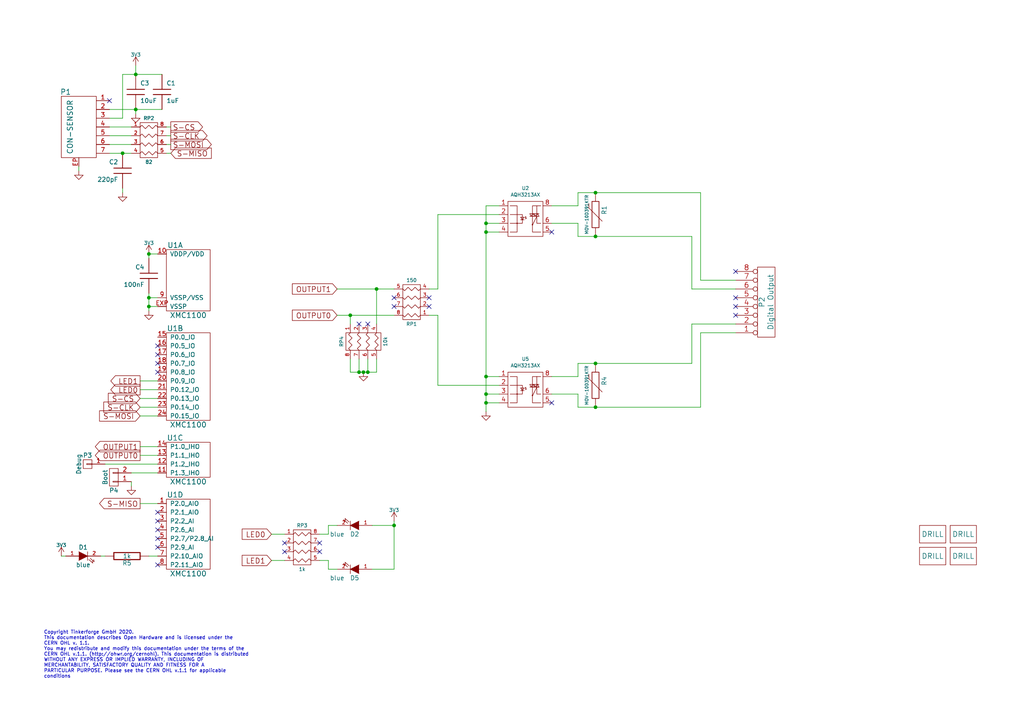
<source format=kicad_sch>
(kicad_sch (version 20211123) (generator eeschema)

  (uuid dc833df3-7945-462e-9b83-5f39c972cd04)

  (paper "A4")

  (title_block
    (title "Industrial Dual AC Relay Bricklet")
    (date "2020-08-03")
    (rev "1.0")
    (company "Tinkerforge GmbH")
    (comment 1 "Licensed under CERN OHL v.1.1")
    (comment 2 "Copyright (©) 2020, T.Schneidermann <tim@tinkerforge.com>")
  )

  (lib_symbols
    (symbol "tinkerforge:3V3" (power) (pin_names (offset 0)) (in_bom yes) (on_board yes)
      (property "Reference" "#PWR" (id 0) (at 0 -3.81 0)
        (effects (font (size 1.27 1.27)) hide)
      )
      (property "Value" "3V3" (id 1) (at 0 3.556 0)
        (effects (font (size 1.27 1.27)))
      )
      (property "Footprint" "" (id 2) (at 0 0 0)
        (effects (font (size 1.27 1.27)))
      )
      (property "Datasheet" "" (id 3) (at 0 0 0)
        (effects (font (size 1.27 1.27)))
      )
      (symbol "3V3_0_1"
        (polyline
          (pts
            (xy -0.762 1.27)
            (xy 0 2.54)
          )
          (stroke (width 0) (type default) (color 0 0 0 0))
          (fill (type none))
        )
        (polyline
          (pts
            (xy 0 0)
            (xy 0 2.54)
          )
          (stroke (width 0) (type default) (color 0 0 0 0))
          (fill (type none))
        )
        (polyline
          (pts
            (xy 0 2.54)
            (xy 0.762 1.27)
          )
          (stroke (width 0) (type default) (color 0 0 0 0))
          (fill (type none))
        )
      )
      (symbol "3V3_1_1"
        (pin power_in line (at 0 0 90) (length 0) hide
          (name "3V3" (effects (font (size 1.27 1.27))))
          (number "1" (effects (font (size 1.27 1.27))))
        )
      )
    )
    (symbol "tinkerforge:AQ-H" (pin_names (offset 1.016)) (in_bom yes) (on_board yes)
      (property "Reference" "U" (id 0) (at -4.445 5.715 0)
        (effects (font (size 0.9906 0.9906)))
      )
      (property "Value" "AQ-H" (id 1) (at 0 -6.35 0)
        (effects (font (size 0.9906 0.9906)))
      )
      (property "Footprint" "" (id 2) (at -1.905 6.35 0)
        (effects (font (size 0.9906 0.9906)) hide)
      )
      (property "Datasheet" "" (id 3) (at -1.905 6.35 0)
        (effects (font (size 0.9906 0.9906)) hide)
      )
      (symbol "AQ-H_0_1"
        (rectangle (start -5.08 5.08) (end 5.08 -5.08)
          (stroke (width 0) (type default) (color 0 0 0 0))
          (fill (type none))
        )
        (circle (center -2.413 -1.27) (radius 0.127)
          (stroke (width 0) (type default) (color 0 0 0 0))
          (fill (type none))
        )
        (polyline
          (pts
            (xy -4.445 -1.27)
            (xy -2.413 -1.27)
          )
          (stroke (width 0) (type default) (color 0 0 0 0))
          (fill (type none))
        )
        (polyline
          (pts
            (xy -1.397 -0.254)
            (xy -0.381 -0.254)
          )
          (stroke (width 0) (type default) (color 0 0 0 0))
          (fill (type none))
        )
        (polyline
          (pts
            (xy -0.127 0.381)
            (xy 0.127 0.635)
          )
          (stroke (width 0) (type default) (color 0 0 0 0))
          (fill (type none))
        )
        (polyline
          (pts
            (xy 0.127 0.635)
            (xy 0 0.635)
          )
          (stroke (width 0) (type default) (color 0 0 0 0))
          (fill (type none))
        )
        (polyline
          (pts
            (xy 1.27 0.762)
            (xy 3.937 0.762)
          )
          (stroke (width 0) (type default) (color 0 0 0 0))
          (fill (type none))
        )
        (polyline
          (pts
            (xy 1.27 1.524)
            (xy 2.794 1.524)
          )
          (stroke (width 0) (type default) (color 0 0 0 0))
          (fill (type none))
        )
        (polyline
          (pts
            (xy 2.286 1.524)
            (xy 2.286 1.524)
          )
          (stroke (width 0) (type default) (color 0 0 0 0))
          (fill (type none))
        )
        (polyline
          (pts
            (xy 2.794 1.524)
            (xy 3.556 1.524)
          )
          (stroke (width 0) (type default) (color 0 0 0 0))
          (fill (type none))
        )
        (polyline
          (pts
            (xy 3.302 0.762)
            (xy 2.032 -1.778)
          )
          (stroke (width 0) (type default) (color 0 0 0 0))
          (fill (type none))
        )
        (polyline
          (pts
            (xy 3.302 1.524)
            (xy 3.302 3.81)
          )
          (stroke (width 0) (type default) (color 0 0 0 0))
          (fill (type none))
        )
        (polyline
          (pts
            (xy 3.556 1.524)
            (xy 3.937 1.524)
          )
          (stroke (width 0) (type default) (color 0 0 0 0))
          (fill (type none))
        )
        (polyline
          (pts
            (xy 0 0)
            (xy 0.254 0.254)
            (xy 0.127 0.254)
          )
          (stroke (width 0) (type default) (color 0 0 0 0))
          (fill (type none))
        )
        (polyline
          (pts
            (xy 0 0.635)
            (xy 0.127 0.635)
            (xy 0.127 0.508)
          )
          (stroke (width 0) (type default) (color 0 0 0 0))
          (fill (type none))
        )
        (polyline
          (pts
            (xy 0.127 0.254)
            (xy 0.254 0.254)
            (xy 0.254 0.127)
          )
          (stroke (width 0) (type default) (color 0 0 0 0))
          (fill (type none))
        )
        (polyline
          (pts
            (xy 1.27 1.524)
            (xy 1.651 0.762)
            (xy 2.032 1.524)
          )
          (stroke (width 0) (type default) (color 0 0 0 0))
          (fill (type none))
        )
        (polyline
          (pts
            (xy 2.032 0.762)
            (xy 2.032 -3.81)
            (xy 4.445 -3.81)
          )
          (stroke (width 0) (type default) (color 0 0 0 0))
          (fill (type none))
        )
        (polyline
          (pts
            (xy 2.54 1.524)
            (xy 2.921 0.762)
            (xy 3.302 1.524)
          )
          (stroke (width 0) (type default) (color 0 0 0 0))
          (fill (type none))
        )
        (polyline
          (pts
            (xy 3.302 0.762)
            (xy 3.302 -1.27)
            (xy 4.445 -1.27)
          )
          (stroke (width 0) (type default) (color 0 0 0 0))
          (fill (type none))
        )
        (polyline
          (pts
            (xy 4.445 3.81)
            (xy 2.032 3.81)
            (xy 2.032 1.524)
          )
          (stroke (width 0) (type default) (color 0 0 0 0))
          (fill (type none))
        )
        (polyline
          (pts
            (xy -4.445 -3.81)
            (xy -2.413 -3.81)
            (xy -2.413 3.81)
            (xy -4.445 3.81)
          )
          (stroke (width 0) (type default) (color 0 0 0 0))
          (fill (type none))
        )
        (polyline
          (pts
            (xy -4.445 1.27)
            (xy -0.889 1.27)
            (xy -0.889 -1.27)
            (xy -2.413 -1.27)
          )
          (stroke (width 0) (type default) (color 0 0 0 0))
          (fill (type none))
        )
        (polyline
          (pts
            (xy -1.397 0.508)
            (xy -0.381 0.508)
            (xy -0.889 -0.254)
            (xy -1.397 0.508)
          )
          (stroke (width 0) (type default) (color 0 0 0 0))
          (fill (type none))
        )
        (polyline
          (pts
            (xy 2.286 1.524)
            (xy 1.905 0.762)
            (xy 2.667 0.762)
            (xy 2.286 1.524)
          )
          (stroke (width 0) (type default) (color 0 0 0 0))
          (fill (type none))
        )
        (polyline
          (pts
            (xy 3.302 1.524)
            (xy 3.556 1.524)
            (xy 3.175 0.762)
            (xy 3.937 0.762)
            (xy 3.556 1.524)
          )
          (stroke (width 0) (type default) (color 0 0 0 0))
          (fill (type none))
        )
        (circle (center 2.032 -1.651) (radius 0.127)
          (stroke (width 0) (type default) (color 0 0 0 0))
          (fill (type none))
        )
      )
      (symbol "AQ-H_1_1"
        (pin passive line (at -7.62 3.81 0) (length 2.54)
          (name "~" (effects (font (size 1.27 1.27))))
          (number "1" (effects (font (size 1.27 1.27))))
        )
        (pin passive line (at -7.62 1.27 0) (length 2.54)
          (name "~" (effects (font (size 1.27 1.27))))
          (number "2" (effects (font (size 1.27 1.27))))
        )
        (pin passive line (at -7.62 -1.27 0) (length 2.54)
          (name "~" (effects (font (size 1.27 1.27))))
          (number "3" (effects (font (size 1.27 1.27))))
        )
        (pin passive line (at -7.62 -3.81 0) (length 2.54)
          (name "~" (effects (font (size 1.27 1.27))))
          (number "4" (effects (font (size 1.27 1.27))))
        )
        (pin passive line (at 7.62 -3.81 180) (length 2.54)
          (name "~" (effects (font (size 1.27 1.27))))
          (number "5" (effects (font (size 1.27 1.27))))
        )
        (pin passive line (at 7.62 -1.27 180) (length 2.54)
          (name "~" (effects (font (size 1.27 1.27))))
          (number "6" (effects (font (size 1.27 1.27))))
        )
        (pin passive line (at 7.62 3.81 180) (length 2.54)
          (name "~" (effects (font (size 1.27 1.27))))
          (number "8" (effects (font (size 1.27 1.27))))
        )
      )
    )
    (symbol "tinkerforge:C" (pin_numbers hide) (pin_names (offset 0.254)) (in_bom yes) (on_board yes)
      (property "Reference" "C" (id 0) (at 1.27 2.54 0)
        (effects (font (size 1.27 1.27)) (justify left))
      )
      (property "Value" "C" (id 1) (at 1.27 -2.54 0)
        (effects (font (size 1.27 1.27)) (justify left))
      )
      (property "Footprint" "" (id 2) (at 0 0 0)
        (effects (font (size 1.524 1.524)))
      )
      (property "Datasheet" "" (id 3) (at 0 0 0)
        (effects (font (size 1.524 1.524)))
      )
      (property "ki_fp_filters" "SM* C? C1-1" (id 4) (at 0 0 0)
        (effects (font (size 1.27 1.27)) hide)
      )
      (symbol "C_0_1"
        (polyline
          (pts
            (xy -2.54 -0.762)
            (xy 2.54 -0.762)
          )
          (stroke (width 0.254) (type default) (color 0 0 0 0))
          (fill (type none))
        )
        (polyline
          (pts
            (xy -2.54 0.762)
            (xy 2.54 0.762)
          )
          (stroke (width 0.254) (type default) (color 0 0 0 0))
          (fill (type none))
        )
      )
      (symbol "C_1_1"
        (pin passive line (at 0 5.08 270) (length 4.318)
          (name "~" (effects (font (size 1.016 1.016))))
          (number "1" (effects (font (size 1.016 1.016))))
        )
        (pin passive line (at 0 -5.08 90) (length 4.318)
          (name "~" (effects (font (size 1.016 1.016))))
          (number "2" (effects (font (size 1.016 1.016))))
        )
      )
    )
    (symbol "tinkerforge:CON-SENSOR2" (pin_names (offset 1.016)) (in_bom yes) (on_board yes)
      (property "Reference" "P" (id 0) (at -3.81 10.16 0)
        (effects (font (size 1.524 1.524)))
      )
      (property "Value" "CON-SENSOR2" (id 1) (at 3.81 0 90)
        (effects (font (size 1.524 1.524)))
      )
      (property "Footprint" "" (id 2) (at 2.54 -3.81 0)
        (effects (font (size 1.524 1.524)))
      )
      (property "Datasheet" "" (id 3) (at 2.54 -3.81 0)
        (effects (font (size 1.524 1.524)))
      )
      (property "ki_fp_filters" "CON-SENSOR2" (id 4) (at 0 0 0)
        (effects (font (size 1.27 1.27)) hide)
      )
      (symbol "CON-SENSOR2_0_1"
        (rectangle (start -5.08 8.89) (end 5.08 -8.89)
          (stroke (width 0) (type default) (color 0 0 0 0))
          (fill (type none))
        )
      )
      (symbol "CON-SENSOR2_1_1"
        (pin passive line (at -8.89 7.62 0) (length 3.81)
          (name "~" (effects (font (size 1.27 1.27))))
          (number "1" (effects (font (size 1.27 1.27))))
        )
        (pin passive line (at -8.89 5.08 0) (length 3.81)
          (name "~" (effects (font (size 1.27 1.27))))
          (number "2" (effects (font (size 1.27 1.27))))
        )
        (pin passive line (at -8.89 2.54 0) (length 3.81)
          (name "~" (effects (font (size 1.27 1.27))))
          (number "3" (effects (font (size 1.27 1.27))))
        )
        (pin passive line (at -8.89 0 0) (length 3.81)
          (name "~" (effects (font (size 1.27 1.27))))
          (number "4" (effects (font (size 1.27 1.27))))
        )
        (pin passive line (at -8.89 -2.54 0) (length 3.81)
          (name "~" (effects (font (size 1.27 1.27))))
          (number "5" (effects (font (size 1.27 1.27))))
        )
        (pin passive line (at -8.89 -5.08 0) (length 3.81)
          (name "~" (effects (font (size 1.27 1.27))))
          (number "6" (effects (font (size 1.27 1.27))))
        )
        (pin passive line (at -8.89 -7.62 0) (length 3.81)
          (name "~" (effects (font (size 1.27 1.27))))
          (number "7" (effects (font (size 1.27 1.27))))
        )
        (pin passive line (at 0 -11.43 90) (length 2.54)
          (name "~" (effects (font (size 1.27 1.27))))
          (number "EP" (effects (font (size 1.27 1.27))))
        )
      )
    )
    (symbol "tinkerforge:CONN_01X01" (pin_names (offset 1.016) hide) (in_bom yes) (on_board yes)
      (property "Reference" "P" (id 0) (at 0 2.54 0)
        (effects (font (size 1.27 1.27)))
      )
      (property "Value" "CONN_01X01" (id 1) (at 2.54 0 90)
        (effects (font (size 1.27 1.27)))
      )
      (property "Footprint" "" (id 2) (at 0 0 0)
        (effects (font (size 1.27 1.27)))
      )
      (property "Datasheet" "" (id 3) (at 0 0 0)
        (effects (font (size 1.27 1.27)))
      )
      (property "ki_description" "Connector 01x01" (id 4) (at 0 0 0)
        (effects (font (size 1.27 1.27)) hide)
      )
      (property "ki_fp_filters" "Pin_Header_Straight_1X01 Pin_Header_Angled_1X01 Socket_Strip_Straight_1X01 Socket_Strip_Angled_1X01" (id 5) (at 0 0 0)
        (effects (font (size 1.27 1.27)) hide)
      )
      (symbol "CONN_01X01_0_1"
        (rectangle (start -1.27 0.127) (end 0.254 -0.127)
          (stroke (width 0) (type default) (color 0 0 0 0))
          (fill (type none))
        )
        (rectangle (start -1.27 1.27) (end 1.27 -1.27)
          (stroke (width 0) (type default) (color 0 0 0 0))
          (fill (type none))
        )
      )
      (symbol "CONN_01X01_1_1"
        (pin passive line (at -5.08 0 0) (length 3.81)
          (name "P1" (effects (font (size 1.27 1.27))))
          (number "1" (effects (font (size 1.27 1.27))))
        )
      )
    )
    (symbol "tinkerforge:CONN_01X02" (pin_names (offset 1.016) hide) (in_bom yes) (on_board yes)
      (property "Reference" "P" (id 0) (at 0 3.81 0)
        (effects (font (size 1.27 1.27)))
      )
      (property "Value" "CONN_01X02" (id 1) (at 2.54 0 90)
        (effects (font (size 1.27 1.27)))
      )
      (property "Footprint" "" (id 2) (at 0 0 0)
        (effects (font (size 1.27 1.27)))
      )
      (property "Datasheet" "" (id 3) (at 0 0 0)
        (effects (font (size 1.27 1.27)))
      )
      (property "ki_description" "Connector 01x02" (id 4) (at 0 0 0)
        (effects (font (size 1.27 1.27)) hide)
      )
      (property "ki_fp_filters" "Pin_Header_Straight_1X02 Pin_Header_Angled_1X02 Socket_Strip_Straight_1X02 Socket_Strip_Angled_1X02" (id 5) (at 0 0 0)
        (effects (font (size 1.27 1.27)) hide)
      )
      (symbol "CONN_01X02_0_1"
        (rectangle (start -1.27 -1.143) (end 0.254 -1.397)
          (stroke (width 0) (type default) (color 0 0 0 0))
          (fill (type none))
        )
        (rectangle (start -1.27 1.397) (end 0.254 1.143)
          (stroke (width 0) (type default) (color 0 0 0 0))
          (fill (type none))
        )
        (rectangle (start -1.27 2.54) (end 1.27 -2.54)
          (stroke (width 0) (type default) (color 0 0 0 0))
          (fill (type none))
        )
      )
      (symbol "CONN_01X02_1_1"
        (pin passive line (at -5.08 1.27 0) (length 3.81)
          (name "P1" (effects (font (size 1.27 1.27))))
          (number "1" (effects (font (size 1.27 1.27))))
        )
        (pin passive line (at -5.08 -1.27 0) (length 3.81)
          (name "P2" (effects (font (size 1.27 1.27))))
          (number "2" (effects (font (size 1.27 1.27))))
        )
      )
    )
    (symbol "tinkerforge:CONN_8" (pin_names (offset 0.762) hide) (in_bom yes) (on_board yes)
      (property "Reference" "P" (id 0) (at -1.27 0 90)
        (effects (font (size 1.524 1.524)))
      )
      (property "Value" "CONN_8" (id 1) (at 1.27 0 90)
        (effects (font (size 1.524 1.524)))
      )
      (property "Footprint" "" (id 2) (at 0 2.54 0)
        (effects (font (size 1.524 1.524)))
      )
      (property "Datasheet" "" (id 3) (at 0 2.54 0)
        (effects (font (size 1.524 1.524)))
      )
      (symbol "CONN_8_0_1"
        (rectangle (start -2.54 10.16) (end 2.54 -10.16)
          (stroke (width 0) (type default) (color 0 0 0 0))
          (fill (type none))
        )
      )
      (symbol "CONN_8_1_1"
        (pin passive inverted (at -8.89 8.89 0) (length 6.35)
          (name "1" (effects (font (size 1.524 1.524))))
          (number "1" (effects (font (size 1.524 1.524))))
        )
        (pin passive inverted (at -8.89 6.35 0) (length 6.35)
          (name "2" (effects (font (size 1.524 1.524))))
          (number "2" (effects (font (size 1.524 1.524))))
        )
        (pin passive inverted (at -8.89 3.81 0) (length 6.35)
          (name "3" (effects (font (size 1.524 1.524))))
          (number "3" (effects (font (size 1.524 1.524))))
        )
        (pin passive inverted (at -8.89 1.27 0) (length 6.35)
          (name "4" (effects (font (size 1.524 1.524))))
          (number "4" (effects (font (size 1.524 1.524))))
        )
        (pin passive inverted (at -8.89 -1.27 0) (length 6.35)
          (name "5" (effects (font (size 1.524 1.524))))
          (number "5" (effects (font (size 1.524 1.524))))
        )
        (pin passive inverted (at -8.89 -3.81 0) (length 6.35)
          (name "6" (effects (font (size 1.524 1.524))))
          (number "6" (effects (font (size 1.524 1.524))))
        )
        (pin passive inverted (at -8.89 -6.35 0) (length 6.35)
          (name "~" (effects (font (size 1.524 1.524))))
          (number "7" (effects (font (size 1.524 1.524))))
        )
        (pin passive inverted (at -8.89 -8.89 0) (length 6.35)
          (name "~" (effects (font (size 1.524 1.524))))
          (number "8" (effects (font (size 1.524 1.524))))
        )
      )
    )
    (symbol "tinkerforge:DRILL" (pin_numbers hide) (pin_names (offset 0) hide) (in_bom yes) (on_board yes)
      (property "Reference" "" (id 0) (at 0 0 0)
        (effects (font (size 1.524 1.524)) hide)
      )
      (property "Value" "DRILL" (id 1) (at 0 0 0)
        (effects (font (size 1.524 1.524)))
      )
      (property "Footprint" "" (id 2) (at 0 0 0)
        (effects (font (size 1.524 1.524)))
      )
      (property "Datasheet" "" (id 3) (at 0 0 0)
        (effects (font (size 1.524 1.524)))
      )
      (symbol "DRILL_0_1"
        (rectangle (start -3.81 2.54) (end 3.81 -2.54)
          (stroke (width 0) (type default) (color 0 0 0 0))
          (fill (type none))
        )
      )
    )
    (symbol "tinkerforge:GND" (power) (pin_names (offset 0)) (in_bom yes) (on_board yes)
      (property "Reference" "#PWR" (id 0) (at 0 -6.35 0)
        (effects (font (size 1.27 1.27)) hide)
      )
      (property "Value" "GND" (id 1) (at 0 -5.08 0)
        (effects (font (size 1.27 1.27)))
      )
      (property "Footprint" "" (id 2) (at 0 0 0)
        (effects (font (size 1.27 1.27)))
      )
      (property "Datasheet" "" (id 3) (at 0 0 0)
        (effects (font (size 1.27 1.27)))
      )
      (symbol "GND_0_1"
        (polyline
          (pts
            (xy 0 0)
            (xy 0 -1.27)
            (xy 1.27 -1.27)
            (xy 0 -2.54)
            (xy -1.27 -1.27)
            (xy 0 -1.27)
          )
          (stroke (width 0) (type default) (color 0 0 0 0))
          (fill (type none))
        )
      )
      (symbol "GND_1_1"
        (pin power_in line (at 0 0 270) (length 0) hide
          (name "GND" (effects (font (size 1.27 1.27))))
          (number "1" (effects (font (size 1.27 1.27))))
        )
      )
    )
    (symbol "tinkerforge:LED" (pin_names (offset 1.016) hide) (in_bom yes) (on_board yes)
      (property "Reference" "D" (id 0) (at 0 2.54 0)
        (effects (font (size 1.27 1.27)))
      )
      (property "Value" "LED" (id 1) (at 0 -2.54 0)
        (effects (font (size 1.27 1.27)))
      )
      (property "Footprint" "" (id 2) (at 0 0 0)
        (effects (font (size 1.27 1.27)))
      )
      (property "Datasheet" "" (id 3) (at 0 0 0)
        (effects (font (size 1.27 1.27)))
      )
      (property "ki_keywords" "LED" (id 4) (at 0 0 0)
        (effects (font (size 1.27 1.27)) hide)
      )
      (property "ki_fp_filters" "LED-3MM LED-5MM LED-10MM LED-0603 LED-0805 LED-1206 LEDV" (id 5) (at 0 0 0)
        (effects (font (size 1.27 1.27)) hide)
      )
      (symbol "LED_0_1"
        (polyline
          (pts
            (xy 1.27 1.27)
            (xy 1.27 -1.27)
          )
          (stroke (width 0) (type default) (color 0 0 0 0))
          (fill (type none))
        )
        (polyline
          (pts
            (xy -1.27 1.27)
            (xy 1.27 0)
            (xy -1.27 -1.27)
          )
          (stroke (width 0) (type default) (color 0 0 0 0))
          (fill (type outline))
        )
        (polyline
          (pts
            (xy 1.651 -1.016)
            (xy 2.794 -2.032)
            (xy 2.667 -1.397)
          )
          (stroke (width 0) (type default) (color 0 0 0 0))
          (fill (type none))
        )
        (polyline
          (pts
            (xy 2.032 -0.635)
            (xy 3.175 -1.651)
            (xy 3.048 -1.016)
          )
          (stroke (width 0) (type default) (color 0 0 0 0))
          (fill (type none))
        )
      )
      (symbol "LED_1_1"
        (pin passive line (at -5.08 0 0) (length 3.81)
          (name "A" (effects (font (size 1.016 1.016))))
          (number "1" (effects (font (size 1.016 1.016))))
        )
        (pin passive line (at 5.08 0 180) (length 3.81)
          (name "K" (effects (font (size 1.016 1.016))))
          (number "2" (effects (font (size 1.016 1.016))))
        )
      )
    )
    (symbol "tinkerforge:R" (pin_numbers hide) (pin_names (offset 0)) (in_bom yes) (on_board yes)
      (property "Reference" "R" (id 0) (at 2.032 0 90)
        (effects (font (size 1.27 1.27)))
      )
      (property "Value" "R" (id 1) (at 0 0 90)
        (effects (font (size 1.27 1.27)))
      )
      (property "Footprint" "" (id 2) (at 0 0 0)
        (effects (font (size 1.524 1.524)))
      )
      (property "Datasheet" "" (id 3) (at 0 0 0)
        (effects (font (size 1.524 1.524)))
      )
      (property "ki_fp_filters" "R? SM0603 SM0805 R?-*" (id 4) (at 0 0 0)
        (effects (font (size 1.27 1.27)) hide)
      )
      (symbol "R_0_1"
        (rectangle (start -1.016 3.81) (end 1.016 -3.81)
          (stroke (width 0.3048) (type default) (color 0 0 0 0))
          (fill (type none))
        )
      )
      (symbol "R_1_1"
        (pin passive line (at 0 6.35 270) (length 2.54)
          (name "~" (effects (font (size 1.524 1.524))))
          (number "1" (effects (font (size 1.524 1.524))))
        )
        (pin passive line (at 0 -6.35 90) (length 2.54)
          (name "~" (effects (font (size 1.524 1.524))))
          (number "2" (effects (font (size 1.524 1.524))))
        )
      )
    )
    (symbol "tinkerforge:R_PACK4" (pin_names hide) (in_bom yes) (on_board yes)
      (property "Reference" "RP" (id 0) (at 0 11.43 0)
        (effects (font (size 1.27 1.27)))
      )
      (property "Value" "R_PACK4" (id 1) (at 0 -1.27 0)
        (effects (font (size 1.27 1.27)))
      )
      (property "Footprint" "" (id 2) (at 0 0 0)
        (effects (font (size 1.27 1.27)))
      )
      (property "Datasheet" "" (id 3) (at 0 0 0)
        (effects (font (size 1.27 1.27)))
      )
      (property "ki_keywords" "R DEV" (id 4) (at 0 0 0)
        (effects (font (size 1.27 1.27)) hide)
      )
      (property "ki_description" "4 resistors Pack" (id 5) (at 0 0 0)
        (effects (font (size 1.27 1.27)) hide)
      )
      (symbol "R_PACK4_0_1"
        (polyline
          (pts
            (xy -2.54 10.16)
            (xy -2.54 0)
            (xy 2.54 0)
            (xy 2.54 10.16)
            (xy -2.54 10.16)
          )
          (stroke (width 0) (type default) (color 0 0 0 0))
          (fill (type none))
        )
        (polyline
          (pts
            (xy -2.54 1.27)
            (xy -2.032 1.778)
            (xy -1.016 0.762)
            (xy 0 1.778)
            (xy 1.016 0.762)
            (xy 2.032 1.778)
            (xy 2.54 1.27)
          )
          (stroke (width 0) (type default) (color 0 0 0 0))
          (fill (type none))
        )
        (polyline
          (pts
            (xy -2.54 3.81)
            (xy -2.032 4.318)
            (xy -1.016 3.302)
            (xy 0 4.318)
            (xy 1.016 3.302)
            (xy 2.032 4.318)
            (xy 2.54 3.81)
          )
          (stroke (width 0) (type default) (color 0 0 0 0))
          (fill (type none))
        )
        (polyline
          (pts
            (xy -2.54 6.35)
            (xy -2.032 6.858)
            (xy -1.016 5.842)
            (xy 0 6.858)
            (xy 1.016 5.842)
            (xy 2.032 6.858)
            (xy 2.54 6.35)
          )
          (stroke (width 0) (type default) (color 0 0 0 0))
          (fill (type none))
        )
        (polyline
          (pts
            (xy -2.54 8.89)
            (xy -2.032 9.398)
            (xy -1.016 8.382)
            (xy 0 9.398)
            (xy 1.016 8.382)
            (xy 2.032 9.398)
            (xy 2.54 8.89)
          )
          (stroke (width 0) (type default) (color 0 0 0 0))
          (fill (type none))
        )
      )
      (symbol "R_PACK4_1_1"
        (pin passive line (at -5.08 8.89 0) (length 2.54)
          (name "P1" (effects (font (size 1.016 1.016))))
          (number "1" (effects (font (size 1.016 1.016))))
        )
        (pin passive line (at -5.08 6.35 0) (length 2.54)
          (name "P2" (effects (font (size 1.016 1.016))))
          (number "2" (effects (font (size 1.016 1.016))))
        )
        (pin passive line (at -5.08 3.81 0) (length 2.54)
          (name "P3" (effects (font (size 1.016 1.016))))
          (number "3" (effects (font (size 1.016 1.016))))
        )
        (pin passive line (at -5.08 1.27 0) (length 2.54)
          (name "P4" (effects (font (size 1.016 1.016))))
          (number "4" (effects (font (size 1.016 1.016))))
        )
        (pin passive line (at 5.08 1.27 180) (length 2.54)
          (name "R4" (effects (font (size 1.016 1.016))))
          (number "5" (effects (font (size 1.016 1.016))))
        )
        (pin passive line (at 5.08 3.81 180) (length 2.54)
          (name "R3" (effects (font (size 1.016 1.016))))
          (number "6" (effects (font (size 1.016 1.016))))
        )
        (pin passive line (at 5.08 6.35 180) (length 2.54)
          (name "R2" (effects (font (size 1.016 1.016))))
          (number "7" (effects (font (size 1.016 1.016))))
        )
        (pin passive line (at 5.08 8.89 180) (length 2.54)
          (name "R1" (effects (font (size 1.016 1.016))))
          (number "8" (effects (font (size 1.016 1.016))))
        )
      )
    )
    (symbol "tinkerforge:Varistor" (pin_numbers hide) (pin_names (offset 0)) (in_bom yes) (on_board yes)
      (property "Reference" "R" (id 0) (at 2.54 1.27 90)
        (effects (font (size 1.27 1.27)))
      )
      (property "Value" "Varistor" (id 1) (at -2.54 0 90)
        (effects (font (size 1.27 1.27)))
      )
      (property "Footprint" "" (id 2) (at 0 0 0)
        (effects (font (size 1.524 1.524)))
      )
      (property "Datasheet" "" (id 3) (at 0 0 0)
        (effects (font (size 1.524 1.524)))
      )
      (property "ki_fp_filters" "R? SM0603 SM0805" (id 4) (at 0 0 0)
        (effects (font (size 1.27 1.27)) hide)
      )
      (symbol "Varistor_0_1"
        (rectangle (start -1.016 3.81) (end 1.016 -3.81)
          (stroke (width 0.2032) (type default) (color 0 0 0 0))
          (fill (type none))
        )
        (polyline
          (pts
            (xy -1.905 3.175)
            (xy -1.905 1.905)
            (xy 1.905 -1.905)
            (xy 1.9304 -1.9304)
          )
          (stroke (width 0) (type default) (color 0 0 0 0))
          (fill (type none))
        )
      )
      (symbol "Varistor_1_1"
        (pin passive line (at 0 6.35 270) (length 2.54)
          (name "~" (effects (font (size 1.524 1.524))))
          (number "1" (effects (font (size 1.524 1.524))))
        )
        (pin passive line (at 0 -6.35 90) (length 2.54)
          (name "~" (effects (font (size 1.524 1.524))))
          (number "2" (effects (font (size 1.524 1.524))))
        )
      )
    )
    (symbol "tinkerforge:XMC1XXX24" (pin_names (offset 1.016)) (in_bom yes) (on_board yes)
      (property "Reference" "U" (id 0) (at -3.81 15.24 0)
        (effects (font (size 1.524 1.524)))
      )
      (property "Value" "XMC1XXX24" (id 1) (at 0 -16.51 0)
        (effects (font (size 1.524 1.524)))
      )
      (property "Footprint" "" (id 2) (at 3.81 19.05 0)
        (effects (font (size 1.524 1.524)))
      )
      (property "Datasheet" "" (id 3) (at 3.81 19.05 0)
        (effects (font (size 1.524 1.524)))
      )
      (symbol "XMC1XXX24_1_1"
        (rectangle (start -6.35 8.89) (end 6.35 -8.89)
          (stroke (width 0) (type default) (color 0 0 0 0))
          (fill (type none))
        )
        (pin passive line (at -8.89 7.62 0) (length 2.54)
          (name "VDDP/VDD" (effects (font (size 1.27 1.27))))
          (number "10" (effects (font (size 1.27 1.27))))
        )
        (pin passive line (at -8.89 -5.08 0) (length 2.54)
          (name "VSSP/VSS" (effects (font (size 1.27 1.27))))
          (number "9" (effects (font (size 1.27 1.27))))
        )
        (pin passive line (at -8.89 -7.62 0) (length 2.54)
          (name "VSSP" (effects (font (size 1.27 1.27))))
          (number "EXP" (effects (font (size 1.27 1.27))))
        )
      )
      (symbol "XMC1XXX24_2_1"
        (rectangle (start -6.35 12.7) (end 6.35 -12.7)
          (stroke (width 0) (type default) (color 0 0 0 0))
          (fill (type none))
        )
        (pin passive line (at -8.89 11.43 0) (length 2.54)
          (name "P0.0_IO" (effects (font (size 1.27 1.27))))
          (number "15" (effects (font (size 1.27 1.27))))
        )
        (pin passive line (at -8.89 8.89 0) (length 2.54)
          (name "P0.5_IO" (effects (font (size 1.27 1.27))))
          (number "16" (effects (font (size 1.27 1.27))))
        )
        (pin passive line (at -8.89 6.35 0) (length 2.54)
          (name "P0.6_IO" (effects (font (size 1.27 1.27))))
          (number "17" (effects (font (size 1.27 1.27))))
        )
        (pin passive line (at -8.89 3.81 0) (length 2.54)
          (name "P0.7_IO" (effects (font (size 1.27 1.27))))
          (number "18" (effects (font (size 1.27 1.27))))
        )
        (pin passive line (at -8.89 1.27 0) (length 2.54)
          (name "P0.8_IO" (effects (font (size 1.27 1.27))))
          (number "19" (effects (font (size 1.27 1.27))))
        )
        (pin passive line (at -8.89 -1.27 0) (length 2.54)
          (name "P0.9_IO" (effects (font (size 1.27 1.27))))
          (number "20" (effects (font (size 1.27 1.27))))
        )
        (pin passive line (at -8.89 -3.81 0) (length 2.54)
          (name "P0.12_IO" (effects (font (size 1.27 1.27))))
          (number "21" (effects (font (size 1.27 1.27))))
        )
        (pin passive line (at -8.89 -6.35 0) (length 2.54)
          (name "P0.13_IO" (effects (font (size 1.27 1.27))))
          (number "22" (effects (font (size 1.27 1.27))))
        )
        (pin passive line (at -8.89 -8.89 0) (length 2.54)
          (name "P0.14_IO" (effects (font (size 1.27 1.27))))
          (number "23" (effects (font (size 1.27 1.27))))
        )
        (pin passive line (at -8.89 -11.43 0) (length 2.54)
          (name "P0.15_IO" (effects (font (size 1.27 1.27))))
          (number "24" (effects (font (size 1.27 1.27))))
        )
      )
      (symbol "XMC1XXX24_3_1"
        (rectangle (start -6.35 5.08) (end 6.35 -5.08)
          (stroke (width 0) (type default) (color 0 0 0 0))
          (fill (type none))
        )
        (pin passive line (at -8.89 -3.81 0) (length 2.54)
          (name "P1.3_IHO" (effects (font (size 1.27 1.27))))
          (number "11" (effects (font (size 1.27 1.27))))
        )
        (pin passive line (at -8.89 -1.27 0) (length 2.54)
          (name "P1.2_IHO" (effects (font (size 1.27 1.27))))
          (number "12" (effects (font (size 1.27 1.27))))
        )
        (pin passive line (at -8.89 1.27 0) (length 2.54)
          (name "P1.1_IHO" (effects (font (size 1.27 1.27))))
          (number "13" (effects (font (size 1.27 1.27))))
        )
        (pin passive line (at -8.89 3.81 0) (length 2.54)
          (name "P1.0_IHO" (effects (font (size 1.27 1.27))))
          (number "14" (effects (font (size 1.27 1.27))))
        )
      )
      (symbol "XMC1XXX24_4_1"
        (rectangle (start -6.35 10.16) (end 6.35 -10.16)
          (stroke (width 0) (type default) (color 0 0 0 0))
          (fill (type none))
        )
        (pin passive line (at -8.89 8.89 0) (length 2.54)
          (name "P2.0_AIO" (effects (font (size 1.27 1.27))))
          (number "1" (effects (font (size 1.27 1.27))))
        )
        (pin passive line (at -8.89 6.35 0) (length 2.54)
          (name "P2.1_AIO" (effects (font (size 1.27 1.27))))
          (number "2" (effects (font (size 1.27 1.27))))
        )
        (pin passive line (at -8.89 3.81 0) (length 2.54)
          (name "P2.2_AI" (effects (font (size 1.27 1.27))))
          (number "3" (effects (font (size 1.27 1.27))))
        )
        (pin passive line (at -8.89 1.27 0) (length 2.54)
          (name "P2.6_AI" (effects (font (size 1.27 1.27))))
          (number "4" (effects (font (size 1.27 1.27))))
        )
        (pin passive line (at -8.89 -1.27 0) (length 2.54)
          (name "P2.7/P2.8_AI" (effects (font (size 1.27 1.27))))
          (number "5" (effects (font (size 1.27 1.27))))
        )
        (pin passive line (at -8.89 -3.81 0) (length 2.54)
          (name "P2.9_AI" (effects (font (size 1.27 1.27))))
          (number "6" (effects (font (size 1.27 1.27))))
        )
        (pin passive line (at -8.89 -6.35 0) (length 2.54)
          (name "P2.10_AIO" (effects (font (size 1.27 1.27))))
          (number "7" (effects (font (size 1.27 1.27))))
        )
        (pin passive line (at -8.89 -8.89 0) (length 2.54)
          (name "P2.11_AIO" (effects (font (size 1.27 1.27))))
          (number "8" (effects (font (size 1.27 1.27))))
        )
      )
    )
  )

  (junction (at 43.18 73.66) (diameter 0) (color 0 0 0 0)
    (uuid 0edcbd82-ec23-4436-8fad-2577137d5a8a)
  )
  (junction (at 114.3 152.4) (diameter 0) (color 0 0 0 0)
    (uuid 21ae29eb-ed82-413b-bc23-301f7f2ebf5c)
  )
  (junction (at 140.97 64.77) (diameter 0) (color 0 0 0 0)
    (uuid 3497d052-2224-4393-af29-8028fee9d103)
  )
  (junction (at 104.14 107.95) (diameter 0) (color 0 0 0 0)
    (uuid 376cc910-b057-492f-bbcc-9a5790160cd0)
  )
  (junction (at 39.37 31.75) (diameter 0) (color 0 0 0 0)
    (uuid 49b91eca-f2b7-4560-bddd-2d3c3afc659e)
  )
  (junction (at 140.97 67.31) (diameter 0) (color 0 0 0 0)
    (uuid 5550f47d-674b-4dbf-a278-4d09763d639d)
  )
  (junction (at 140.97 116.84) (diameter 0) (color 0 0 0 0)
    (uuid 5c687809-8c19-46e4-9f64-fc75680519db)
  )
  (junction (at 172.72 55.88) (diameter 0) (color 0 0 0 0)
    (uuid 6335bb8c-42d8-4fb9-8447-067b3cc2178d)
  )
  (junction (at 172.72 118.11) (diameter 0) (color 0 0 0 0)
    (uuid 83b96232-3689-4d8a-8d21-59407f311148)
  )
  (junction (at 140.97 114.3) (diameter 0) (color 0 0 0 0)
    (uuid 870f0e8a-7c14-4205-9639-d3e8d42427f7)
  )
  (junction (at 109.22 83.82) (diameter 0) (color 0 0 0 0)
    (uuid 9189a661-4a24-4914-9b07-db270e46c9a7)
  )
  (junction (at 140.97 109.22) (diameter 0) (color 0 0 0 0)
    (uuid 95de7e66-d4e6-49d5-9dc5-53a5f864e7be)
  )
  (junction (at 43.18 88.9) (diameter 0) (color 0 0 0 0)
    (uuid a26cd2c8-05d9-4f0c-bc71-5d6e2ac79579)
  )
  (junction (at 172.72 68.58) (diameter 0) (color 0 0 0 0)
    (uuid aa328d6b-059e-41c9-a01b-9d5a44978aac)
  )
  (junction (at 172.72 105.41) (diameter 0) (color 0 0 0 0)
    (uuid b430f9fa-71fc-4ba6-b998-56e3ec18cb14)
  )
  (junction (at 43.18 86.36) (diameter 0) (color 0 0 0 0)
    (uuid dde7e3ee-fe4a-42c3-a820-cfdd889d8de3)
  )
  (junction (at 106.68 107.95) (diameter 0) (color 0 0 0 0)
    (uuid e587338c-4672-4d94-aaca-8ce54e782873)
  )
  (junction (at 101.6 91.44) (diameter 0) (color 0 0 0 0)
    (uuid eb842970-42a2-40e4-83ac-dfaa371eae94)
  )
  (junction (at 35.56 44.45) (diameter 0) (color 0 0 0 0)
    (uuid ec445690-1ae3-45a7-87cc-46d4eafedce0)
  )
  (junction (at 105.41 107.95) (diameter 0) (color 0 0 0 0)
    (uuid fd190d99-0fda-477d-b253-b4722c314645)
  )
  (junction (at 39.37 21.59) (diameter 0) (color 0 0 0 0)
    (uuid fe0627ec-18d9-415a-903d-30c3c8aea96f)
  )

  (no_connect (at 45.72 158.75) (uuid 033f7bdd-f953-45ce-86ea-b46d26237fe6))
  (no_connect (at 104.14 93.98) (uuid 03891c3b-b360-4e24-879d-abcb9187ce6c))
  (no_connect (at 114.3 86.36) (uuid 0e4b19ae-847e-472b-9344-baff125b9a10))
  (no_connect (at 124.46 88.9) (uuid 0ed20f49-2f41-47f2-86e6-c5e98c61f2cc))
  (no_connect (at 160.02 67.31) (uuid 1c6d5993-1e70-47ef-b4ec-1eca6e373fb6))
  (no_connect (at 92.71 157.48) (uuid 3dd0a472-2ee2-492f-ac69-d01112495e29))
  (no_connect (at 31.75 29.21) (uuid 42de2738-0774-40ec-9590-cb800f9e18fa))
  (no_connect (at 45.72 100.33) (uuid 55a00388-8494-4a79-808d-68ce44630e7a))
  (no_connect (at 106.68 93.98) (uuid 568a87b4-303e-4108-94b5-ef874cc6205d))
  (no_connect (at 45.72 105.41) (uuid 5b6c9c10-32a1-444b-bfb5-0f392666c2ce))
  (no_connect (at 213.36 86.36) (uuid 6c9b53bc-d56d-41f3-8606-adb3a4edf4cd))
  (no_connect (at 45.72 102.87) (uuid 6f934af6-67af-464e-9d12-05cd2cad72c3))
  (no_connect (at 124.46 86.36) (uuid 7372a382-efc7-4e10-87fe-28ec3ea4bb69))
  (no_connect (at 45.72 153.67) (uuid 7b37310a-23ac-4466-8dbe-f0b5241e046c))
  (no_connect (at 45.72 151.13) (uuid 80a334d9-863e-4c5f-a5d7-6e49ab3208c7))
  (no_connect (at 213.36 78.74) (uuid 887be7e8-b75c-4538-8928-ef01ea7a2db8))
  (no_connect (at 213.36 88.9) (uuid 8aa8713d-561d-4cdb-8b50-cabf6b6b7d74))
  (no_connect (at 213.36 91.44) (uuid 8c1f168b-0ce7-4e16-a920-6e3aef0db325))
  (no_connect (at 45.72 148.59) (uuid 8c6a642f-ffc2-46ff-a566-5d6d04ed165a))
  (no_connect (at 45.72 163.83) (uuid 92cc7e36-88fe-482c-8782-ab8f65335f62))
  (no_connect (at 114.3 88.9) (uuid afd9efd2-bf28-4cc1-86ad-f348f5dab190))
  (no_connect (at 82.55 157.48) (uuid b5eb4183-a523-4418-acd4-7949a2af40ac))
  (no_connect (at 45.72 107.95) (uuid b60c7eac-ee8c-4f8a-9d07-11025c01b1db))
  (no_connect (at 160.02 116.84) (uuid c6e3a147-5ee9-4b34-bd66-af055bafdba6))
  (no_connect (at 92.71 160.02) (uuid cb09e8e8-9bb8-4738-b8e1-483807c203b5))
  (no_connect (at 45.72 156.21) (uuid e02c17b6-2ede-431d-8743-308915f14a51))
  (no_connect (at 82.55 160.02) (uuid f054b9bd-3c68-4ab6-9033-999939095f82))

  (wire (pts (xy 114.3 152.4) (xy 114.3 151.13))
    (stroke (width 0) (type default) (color 0 0 0 0))
    (uuid 00eb47af-626e-4eb1-92f5-27444be90630)
  )
  (wire (pts (xy 17.78 161.29) (xy 19.05 161.29))
    (stroke (width 0) (type default) (color 0 0 0 0))
    (uuid 037d04df-277d-4ffc-9f47-fd299e767a1b)
  )
  (wire (pts (xy 22.86 49.53) (xy 22.86 48.26))
    (stroke (width 0) (type default) (color 0 0 0 0))
    (uuid 03a9397d-dc5e-4a8d-9c7f-203704f8c381)
  )
  (wire (pts (xy 109.22 107.95) (xy 106.68 107.95))
    (stroke (width 0) (type default) (color 0 0 0 0))
    (uuid 065edf07-5126-49b7-8ca1-e61930694c64)
  )
  (wire (pts (xy 144.78 116.84) (xy 140.97 116.84))
    (stroke (width 0) (type default) (color 0 0 0 0))
    (uuid 067900d3-dbf1-4a6d-b604-7d3c01ac6665)
  )
  (wire (pts (xy 127 91.44) (xy 127 111.76))
    (stroke (width 0) (type default) (color 0 0 0 0))
    (uuid 06b017d6-f982-4ff4-a4fb-bcf3c0fa0ae1)
  )
  (wire (pts (xy 107.95 152.4) (xy 114.3 152.4))
    (stroke (width 0) (type default) (color 0 0 0 0))
    (uuid 076a13c9-d5b2-4d4c-b760-a7455b1b2aa1)
  )
  (wire (pts (xy 172.72 105.41) (xy 200.66 105.41))
    (stroke (width 0) (type default) (color 0 0 0 0))
    (uuid 08ab1f14-0bcf-40f0-911f-98c86b68a166)
  )
  (wire (pts (xy 200.66 93.98) (xy 213.36 93.98))
    (stroke (width 0) (type default) (color 0 0 0 0))
    (uuid 0cfccbbb-f89f-4da5-9717-b68b83111dbc)
  )
  (wire (pts (xy 105.41 107.95) (xy 104.14 107.95))
    (stroke (width 0) (type default) (color 0 0 0 0))
    (uuid 0d4b9d0d-552a-43e4-b59d-d19fa8480b31)
  )
  (wire (pts (xy 101.6 93.98) (xy 101.6 91.44))
    (stroke (width 0) (type default) (color 0 0 0 0))
    (uuid 102bd195-3287-4e84-b3c8-e8e593f1e818)
  )
  (wire (pts (xy 140.97 59.69) (xy 140.97 64.77))
    (stroke (width 0) (type default) (color 0 0 0 0))
    (uuid 104462bf-c2bb-4a51-9079-92a5e1a128bf)
  )
  (wire (pts (xy 144.78 109.22) (xy 140.97 109.22))
    (stroke (width 0) (type default) (color 0 0 0 0))
    (uuid 11768ef2-bb33-4343-b613-30ba00df6287)
  )
  (wire (pts (xy 48.26 36.83) (xy 49.53 36.83))
    (stroke (width 0) (type default) (color 0 0 0 0))
    (uuid 1177a170-3ba2-456b-b69d-b9c13bf9f111)
  )
  (wire (pts (xy 109.22 104.14) (xy 109.22 107.95))
    (stroke (width 0) (type default) (color 0 0 0 0))
    (uuid 13b2c7a7-131c-4f68-aa01-03b7b7fddc74)
  )
  (wire (pts (xy 95.25 165.1) (xy 95.25 162.56))
    (stroke (width 0) (type default) (color 0 0 0 0))
    (uuid 1892ca0d-baf4-42fe-aaab-212c84559361)
  )
  (wire (pts (xy 78.74 154.94) (xy 82.55 154.94))
    (stroke (width 0) (type default) (color 0 0 0 0))
    (uuid 19922478-9bbe-41c1-b1bd-3375f287b1ac)
  )
  (wire (pts (xy 40.64 129.54) (xy 45.72 129.54))
    (stroke (width 0) (type default) (color 0 0 0 0))
    (uuid 19eb488d-fcb0-4d42-8868-0868758ce383)
  )
  (wire (pts (xy 101.6 107.95) (xy 104.14 107.95))
    (stroke (width 0) (type default) (color 0 0 0 0))
    (uuid 1bb47dd9-376c-40b6-ab86-586f0a292886)
  )
  (wire (pts (xy 167.64 64.77) (xy 167.64 68.58))
    (stroke (width 0) (type default) (color 0 0 0 0))
    (uuid 1d6ccde2-4062-4132-bc0e-1a026834f550)
  )
  (wire (pts (xy 114.3 152.4) (xy 114.3 165.1))
    (stroke (width 0) (type default) (color 0 0 0 0))
    (uuid 20aeede6-c430-4c96-8d29-3cfa13ea14a6)
  )
  (wire (pts (xy 38.1 41.91) (xy 31.75 41.91))
    (stroke (width 0) (type default) (color 0 0 0 0))
    (uuid 254bb9d5-d7c8-4eed-96c5-4ee84ccd86c4)
  )
  (wire (pts (xy 95.25 154.94) (xy 95.25 152.4))
    (stroke (width 0) (type default) (color 0 0 0 0))
    (uuid 256d8a56-cf0b-4bad-90cd-addefea914ad)
  )
  (wire (pts (xy 109.22 83.82) (xy 114.3 83.82))
    (stroke (width 0) (type default) (color 0 0 0 0))
    (uuid 257b8e36-a34f-4eb0-a260-c94fa0f4566d)
  )
  (wire (pts (xy 92.71 154.94) (xy 95.25 154.94))
    (stroke (width 0) (type default) (color 0 0 0 0))
    (uuid 299a6527-e68c-44e9-878a-057bc49fbdf5)
  )
  (wire (pts (xy 43.18 86.36) (xy 43.18 88.9))
    (stroke (width 0) (type default) (color 0 0 0 0))
    (uuid 2b28e109-045f-4ace-aa56-b7132ad12ba9)
  )
  (wire (pts (xy 167.64 55.88) (xy 172.72 55.88))
    (stroke (width 0) (type default) (color 0 0 0 0))
    (uuid 2bac737d-5162-430a-9a6b-8254f5933089)
  )
  (wire (pts (xy 35.56 55.88) (xy 35.56 54.61))
    (stroke (width 0) (type default) (color 0 0 0 0))
    (uuid 2d2df132-99c5-46d9-9d8f-67e1f2bcd080)
  )
  (wire (pts (xy 213.36 96.52) (xy 203.2 96.52))
    (stroke (width 0) (type default) (color 0 0 0 0))
    (uuid 3224b484-1d57-4d05-844c-1138f3bfdf65)
  )
  (wire (pts (xy 160.02 114.3) (xy 167.64 114.3))
    (stroke (width 0) (type default) (color 0 0 0 0))
    (uuid 3499f864-3347-442e-9192-5174f5db5e3e)
  )
  (wire (pts (xy 106.68 104.14) (xy 106.68 107.95))
    (stroke (width 0) (type default) (color 0 0 0 0))
    (uuid 37a5e5ff-786d-49c5-aa65-12755e508afd)
  )
  (wire (pts (xy 29.21 161.29) (xy 30.48 161.29))
    (stroke (width 0) (type default) (color 0 0 0 0))
    (uuid 393993e8-5cc8-433a-a342-2c9d3f9afb7c)
  )
  (wire (pts (xy 140.97 116.84) (xy 140.97 119.38))
    (stroke (width 0) (type default) (color 0 0 0 0))
    (uuid 3b3d0763-fdd6-47a8-8a40-c013ed6a39b1)
  )
  (wire (pts (xy 167.64 55.88) (xy 167.64 59.69))
    (stroke (width 0) (type default) (color 0 0 0 0))
    (uuid 412f5058-74a7-4814-bebc-3cbbf369b3d8)
  )
  (wire (pts (xy 82.55 162.56) (xy 78.74 162.56))
    (stroke (width 0) (type default) (color 0 0 0 0))
    (uuid 43b93f1a-7ac7-4800-8ee7-2a353a73ab0e)
  )
  (wire (pts (xy 45.72 118.11) (xy 40.64 118.11))
    (stroke (width 0) (type default) (color 0 0 0 0))
    (uuid 445ab50d-870d-45a3-8fac-399d436d25b3)
  )
  (wire (pts (xy 167.64 109.22) (xy 160.02 109.22))
    (stroke (width 0) (type default) (color 0 0 0 0))
    (uuid 44767a93-9e5a-4842-8991-2918aa53cf30)
  )
  (wire (pts (xy 200.66 68.58) (xy 172.72 68.58))
    (stroke (width 0) (type default) (color 0 0 0 0))
    (uuid 4ba428e9-4122-46ed-b3a7-bb208af6749c)
  )
  (wire (pts (xy 167.64 64.77) (xy 160.02 64.77))
    (stroke (width 0) (type default) (color 0 0 0 0))
    (uuid 4c55a40a-32ad-4273-8a35-632e20023f40)
  )
  (wire (pts (xy 101.6 91.44) (xy 97.79 91.44))
    (stroke (width 0) (type default) (color 0 0 0 0))
    (uuid 4dcc1ecd-0533-4b28-9b2d-babc9feee8c5)
  )
  (wire (pts (xy 127 62.23) (xy 127 83.82))
    (stroke (width 0) (type default) (color 0 0 0 0))
    (uuid 4e7d6c94-5a22-4880-b1c8-eeb0dfd31772)
  )
  (wire (pts (xy 104.14 107.95) (xy 104.14 104.14))
    (stroke (width 0) (type default) (color 0 0 0 0))
    (uuid 5060bd63-ec21-45e5-948f-0eb8e9ac099d)
  )
  (wire (pts (xy 200.66 93.98) (xy 200.66 105.41))
    (stroke (width 0) (type default) (color 0 0 0 0))
    (uuid 53aa0c40-919c-4cee-bc5f-695c4055283a)
  )
  (wire (pts (xy 167.64 118.11) (xy 172.72 118.11))
    (stroke (width 0) (type default) (color 0 0 0 0))
    (uuid 58d14d88-6538-4ac7-a982-43815053dc19)
  )
  (wire (pts (xy 140.97 67.31) (xy 140.97 64.77))
    (stroke (width 0) (type default) (color 0 0 0 0))
    (uuid 5cf63aa3-8f68-4d77-85ae-74cabbaf28d0)
  )
  (wire (pts (xy 140.97 114.3) (xy 140.97 109.22))
    (stroke (width 0) (type default) (color 0 0 0 0))
    (uuid 5d938021-76e8-4379-a050-2721dd9e053f)
  )
  (wire (pts (xy 213.36 81.28) (xy 203.2 81.28))
    (stroke (width 0) (type default) (color 0 0 0 0))
    (uuid 5db9a1ba-7ad4-4551-b6de-109f2e4029f7)
  )
  (wire (pts (xy 35.56 21.59) (xy 35.56 34.29))
    (stroke (width 0) (type default) (color 0 0 0 0))
    (uuid 605d79f3-d431-46a3-a3e0-46e1914cd7d3)
  )
  (wire (pts (xy 167.64 105.41) (xy 172.72 105.41))
    (stroke (width 0) (type default) (color 0 0 0 0))
    (uuid 61f95e70-3278-455a-90b0-8e474be66dc7)
  )
  (wire (pts (xy 97.79 83.82) (xy 109.22 83.82))
    (stroke (width 0) (type default) (color 0 0 0 0))
    (uuid 62253997-0d7c-4cba-83d0-a392c43c2bfd)
  )
  (wire (pts (xy 140.97 116.84) (xy 140.97 114.3))
    (stroke (width 0) (type default) (color 0 0 0 0))
    (uuid 6425e3e1-34de-4d8d-b814-9793027a47fc)
  )
  (wire (pts (xy 39.37 19.05) (xy 39.37 21.59))
    (stroke (width 0) (type default) (color 0 0 0 0))
    (uuid 66a16c4a-8131-4362-af02-5bc6c83ebebd)
  )
  (wire (pts (xy 39.37 31.75) (xy 39.37 33.02))
    (stroke (width 0) (type default) (color 0 0 0 0))
    (uuid 68c35a1e-81ba-40c6-a4f4-a8de1e98b412)
  )
  (wire (pts (xy 172.72 68.58) (xy 167.64 68.58))
    (stroke (width 0) (type default) (color 0 0 0 0))
    (uuid 6cd7a641-ea2f-4584-9ac6-0181a8d2a1a3)
  )
  (wire (pts (xy 101.6 104.14) (xy 101.6 107.95))
    (stroke (width 0) (type default) (color 0 0 0 0))
    (uuid 6f5c631d-6666-4493-9ae5-7d7805a143ba)
  )
  (wire (pts (xy 106.68 107.95) (xy 105.41 107.95))
    (stroke (width 0) (type default) (color 0 0 0 0))
    (uuid 70272a6d-381a-4e55-9e8a-d5e31cbc14b4)
  )
  (wire (pts (xy 38.1 137.16) (xy 45.72 137.16))
    (stroke (width 0) (type default) (color 0 0 0 0))
    (uuid 7266c4d3-fe98-4111-8e49-07652a8a2b17)
  )
  (wire (pts (xy 30.48 134.62) (xy 45.72 134.62))
    (stroke (width 0) (type default) (color 0 0 0 0))
    (uuid 733c145d-ac06-41eb-8f98-2b4941f4d838)
  )
  (wire (pts (xy 31.75 39.37) (xy 38.1 39.37))
    (stroke (width 0) (type default) (color 0 0 0 0))
    (uuid 73c15bed-6379-437e-b220-43cd69967d5b)
  )
  (wire (pts (xy 95.25 152.4) (xy 97.79 152.4))
    (stroke (width 0) (type default) (color 0 0 0 0))
    (uuid 73e508c1-374e-4b91-8690-522c98e31aaf)
  )
  (wire (pts (xy 172.72 55.88) (xy 203.2 55.88))
    (stroke (width 0) (type default) (color 0 0 0 0))
    (uuid 74647919-3044-4c26-9187-94cb24858adc)
  )
  (wire (pts (xy 49.53 39.37) (xy 48.26 39.37))
    (stroke (width 0) (type default) (color 0 0 0 0))
    (uuid 752eb12e-9bf9-490d-a56a-f8efb3b62559)
  )
  (wire (pts (xy 45.72 88.9) (xy 43.18 88.9))
    (stroke (width 0) (type default) (color 0 0 0 0))
    (uuid 836f86d9-d0ef-49f6-b0f9-eac77e71d5ed)
  )
  (wire (pts (xy 203.2 55.88) (xy 203.2 81.28))
    (stroke (width 0) (type default) (color 0 0 0 0))
    (uuid 85dc7e87-b0d0-4149-95d7-be23c4a8840a)
  )
  (wire (pts (xy 144.78 114.3) (xy 140.97 114.3))
    (stroke (width 0) (type default) (color 0 0 0 0))
    (uuid 88643420-2d69-49df-b2b2-6f3a75343f91)
  )
  (wire (pts (xy 43.18 85.09) (xy 43.18 86.36))
    (stroke (width 0) (type default) (color 0 0 0 0))
    (uuid 94e54b89-6bb1-405e-a613-2eae507a8d15)
  )
  (wire (pts (xy 49.53 44.45) (xy 48.26 44.45))
    (stroke (width 0) (type default) (color 0 0 0 0))
    (uuid 9887cf64-9379-4406-a0ff-ad46f0cd1602)
  )
  (wire (pts (xy 140.97 67.31) (xy 140.97 109.22))
    (stroke (width 0) (type default) (color 0 0 0 0))
    (uuid 99b241e1-1bd6-4928-b084-52d370a96d54)
  )
  (wire (pts (xy 39.37 31.75) (xy 46.99 31.75))
    (stroke (width 0) (type default) (color 0 0 0 0))
    (uuid 9b6499fb-1c17-484e-a172-abf24981cfc3)
  )
  (wire (pts (xy 167.64 114.3) (xy 167.64 118.11))
    (stroke (width 0) (type default) (color 0 0 0 0))
    (uuid 9d7389cc-4f8a-4058-b48d-d370aa905c40)
  )
  (wire (pts (xy 109.22 93.98) (xy 109.22 83.82))
    (stroke (width 0) (type default) (color 0 0 0 0))
    (uuid 9e188c97-d2fb-4fbe-aca7-ff94ce74d37d)
  )
  (wire (pts (xy 114.3 91.44) (xy 101.6 91.44))
    (stroke (width 0) (type default) (color 0 0 0 0))
    (uuid 9f0a7608-677c-4623-afe8-7224abc430d6)
  )
  (wire (pts (xy 127 91.44) (xy 124.46 91.44))
    (stroke (width 0) (type default) (color 0 0 0 0))
    (uuid a5753e49-f55a-4006-9ac4-05d4f0dd5970)
  )
  (wire (pts (xy 203.2 96.52) (xy 203.2 118.11))
    (stroke (width 0) (type default) (color 0 0 0 0))
    (uuid a7221b13-1046-4db5-acef-a0f21742c601)
  )
  (wire (pts (xy 48.26 41.91) (xy 49.53 41.91))
    (stroke (width 0) (type default) (color 0 0 0 0))
    (uuid a99a8641-9254-4447-8add-46810484056f)
  )
  (wire (pts (xy 35.56 44.45) (xy 38.1 44.45))
    (stroke (width 0) (type default) (color 0 0 0 0))
    (uuid b73b1576-091d-433e-b54d-82e85b1e48c5)
  )
  (wire (pts (xy 45.72 86.36) (xy 43.18 86.36))
    (stroke (width 0) (type default) (color 0 0 0 0))
    (uuid b9a0b53c-742e-4c93-9227-8411f5c3de22)
  )
  (wire (pts (xy 200.66 68.58) (xy 200.66 83.82))
    (stroke (width 0) (type default) (color 0 0 0 0))
    (uuid bc03db6f-404a-404f-af43-c2093f11536f)
  )
  (wire (pts (xy 31.75 44.45) (xy 35.56 44.45))
    (stroke (width 0) (type default) (color 0 0 0 0))
    (uuid bde23b41-3500-41e7-8e48-1c643891ebef)
  )
  (wire (pts (xy 172.72 118.11) (xy 203.2 118.11))
    (stroke (width 0) (type default) (color 0 0 0 0))
    (uuid c19f6208-141c-4401-a0fb-a8aa9d45b980)
  )
  (wire (pts (xy 160.02 59.69) (xy 167.64 59.69))
    (stroke (width 0) (type default) (color 0 0 0 0))
    (uuid c501b5fc-560f-4b23-b4fe-cd0c9874e323)
  )
  (wire (pts (xy 40.64 115.57) (xy 45.72 115.57))
    (stroke (width 0) (type default) (color 0 0 0 0))
    (uuid c5805d17-dbd4-4d21-a412-92464654729c)
  )
  (wire (pts (xy 35.56 34.29) (xy 31.75 34.29))
    (stroke (width 0) (type default) (color 0 0 0 0))
    (uuid c8ada1a6-e4dd-4d38-85b1-a1253efd1f80)
  )
  (wire (pts (xy 124.46 83.82) (xy 127 83.82))
    (stroke (width 0) (type default) (color 0 0 0 0))
    (uuid c96f0e1e-d55d-478a-b06c-93e82b3b9ea2)
  )
  (wire (pts (xy 127 111.76) (xy 144.78 111.76))
    (stroke (width 0) (type default) (color 0 0 0 0))
    (uuid ca7100c6-ed2f-407c-9ded-a27fd38ce55d)
  )
  (wire (pts (xy 95.25 162.56) (xy 92.71 162.56))
    (stroke (width 0) (type default) (color 0 0 0 0))
    (uuid cb17c076-5b5c-49fd-85aa-d54e7818b7d5)
  )
  (wire (pts (xy 167.64 105.41) (xy 167.64 109.22))
    (stroke (width 0) (type default) (color 0 0 0 0))
    (uuid cc32da41-c04a-423e-9c90-aedaa16c045f)
  )
  (wire (pts (xy 144.78 67.31) (xy 140.97 67.31))
    (stroke (width 0) (type default) (color 0 0 0 0))
    (uuid cef7a257-13e2-4daa-99fe-a4a2cd47372a)
  )
  (wire (pts (xy 43.18 88.9) (xy 43.18 90.17))
    (stroke (width 0) (type default) (color 0 0 0 0))
    (uuid d235ba93-8718-4aea-92d5-2fe88e9ca6f8)
  )
  (wire (pts (xy 35.56 21.59) (xy 39.37 21.59))
    (stroke (width 0) (type default) (color 0 0 0 0))
    (uuid d254da92-9e11-4b02-9195-31545e970513)
  )
  (wire (pts (xy 40.64 132.08) (xy 45.72 132.08))
    (stroke (width 0) (type default) (color 0 0 0 0))
    (uuid d4abeaae-eaef-43d8-ae07-8794906114ca)
  )
  (wire (pts (xy 127 62.23) (xy 144.78 62.23))
    (stroke (width 0) (type default) (color 0 0 0 0))
    (uuid d7ab95d2-a0c1-4dc8-98ce-2a14ff779d7e)
  )
  (wire (pts (xy 31.75 31.75) (xy 39.37 31.75))
    (stroke (width 0) (type default) (color 0 0 0 0))
    (uuid d97f784e-925a-46dd-b491-6e4ba6dc2fa1)
  )
  (wire (pts (xy 97.79 165.1) (xy 95.25 165.1))
    (stroke (width 0) (type default) (color 0 0 0 0))
    (uuid dbdd58fe-45f7-4286-93dc-6a89fe587f25)
  )
  (wire (pts (xy 39.37 21.59) (xy 46.99 21.59))
    (stroke (width 0) (type default) (color 0 0 0 0))
    (uuid dc628fce-2ea0-4c5c-8d98-81193a1bf5c9)
  )
  (wire (pts (xy 45.72 110.49) (xy 40.64 110.49))
    (stroke (width 0) (type default) (color 0 0 0 0))
    (uuid e0a8b637-7436-4bf9-a2da-78abdeeac546)
  )
  (wire (pts (xy 107.95 165.1) (xy 114.3 165.1))
    (stroke (width 0) (type default) (color 0 0 0 0))
    (uuid e1cada4e-cc5d-475b-9387-995498349b60)
  )
  (wire (pts (xy 40.64 146.05) (xy 45.72 146.05))
    (stroke (width 0) (type default) (color 0 0 0 0))
    (uuid e333063d-caaa-4da4-9683-9cfd118c5155)
  )
  (wire (pts (xy 40.64 113.03) (xy 45.72 113.03))
    (stroke (width 0) (type default) (color 0 0 0 0))
    (uuid e3d47dc0-0efb-468e-b8c1-174168733f5a)
  )
  (wire (pts (xy 38.1 140.97) (xy 38.1 139.7))
    (stroke (width 0) (type default) (color 0 0 0 0))
    (uuid e66f2419-e7fc-4c6a-a6eb-fbc162cb13fc)
  )
  (wire (pts (xy 40.64 120.65) (xy 45.72 120.65))
    (stroke (width 0) (type default) (color 0 0 0 0))
    (uuid eb4560f3-358e-4bf6-8df4-86159a6f7645)
  )
  (wire (pts (xy 144.78 59.69) (xy 140.97 59.69))
    (stroke (width 0) (type default) (color 0 0 0 0))
    (uuid eee16c25-61ed-47ad-a539-05ee2c27f866)
  )
  (wire (pts (xy 31.75 36.83) (xy 38.1 36.83))
    (stroke (width 0) (type default) (color 0 0 0 0))
    (uuid ef399a17-d8f8-40a6-a7ec-c378ef54113e)
  )
  (wire (pts (xy 43.18 161.29) (xy 45.72 161.29))
    (stroke (width 0) (type default) (color 0 0 0 0))
    (uuid f4bb2984-58f2-4dd8-9a3b-8c250b52fdac)
  )
  (wire (pts (xy 43.18 73.66) (xy 45.72 73.66))
    (stroke (width 0) (type default) (color 0 0 0 0))
    (uuid f6fb5c66-f2fa-4340-bccf-965b62ef9c58)
  )
  (wire (pts (xy 43.18 74.93) (xy 43.18 73.66))
    (stroke (width 0) (type default) (color 0 0 0 0))
    (uuid f763d14c-4086-43e7-b503-b65c0f732156)
  )
  (wire (pts (xy 140.97 64.77) (xy 144.78 64.77))
    (stroke (width 0) (type default) (color 0 0 0 0))
    (uuid f88627f9-48b6-423d-a165-6877fc09dac1)
  )
  (wire (pts (xy 213.36 83.82) (xy 200.66 83.82))
    (stroke (width 0) (type default) (color 0 0 0 0))
    (uuid fffeaf91-7d20-4891-beb9-649e3f2b84d3)
  )

  (text "Copyright Tinkerforge GmbH 2020.\nThis documentation describes Open Hardware and is licensed under the\nCERN OHL v. 1.1.\nYou may redistribute and modify this documentation under the terms of the\nCERN OHL v.1.1. (http://ohwr.org/cernohl). This documentation is distributed\nWITHOUT ANY EXPRESS OR IMPLIED WARRANTY, INCLUDING OF\nMERCHANTABILITY, SATISFACTORY QUALITY AND FITNESS FOR A\nPARTICULAR PURPOSE. Please see the CERN OHL v.1.1 for applicable\nconditions\n"
    (at 12.7 196.85 0)
    (effects (font (size 0.9906 0.9906)) (justify left bottom))
    (uuid 6ee904a0-ee4c-473c-a1f0-540592cbca79)
  )

  (global_label "S-CLK" (shape output) (at 49.53 39.37 0) (fields_autoplaced)
    (effects (font (size 1.524 1.524)) (justify left))
    (uuid 10fbb8b1-79cc-4ff7-8919-0e084ad82f6c)
    (property "Intersheet References" "${INTERSHEET_REFS}" (id 0) (at 0 0 0)
      (effects (font (size 1.27 1.27)) hide)
    )
  )
  (global_label "S-MOSI" (shape output) (at 49.53 41.91 0) (fields_autoplaced)
    (effects (font (size 1.524 1.524)) (justify left))
    (uuid 29caee40-7de9-4d61-a590-afc2139ff2be)
    (property "Intersheet References" "${INTERSHEET_REFS}" (id 0) (at 0 0 0)
      (effects (font (size 1.27 1.27)) hide)
    )
  )
  (global_label "OUTPUT0" (shape output) (at 40.64 132.08 180) (fields_autoplaced)
    (effects (font (size 1.524 1.524)) (justify right))
    (uuid 35983468-f46b-4646-8241-b6184992511c)
    (property "Intersheet References" "${INTERSHEET_REFS}" (id 0) (at 0 0 0)
      (effects (font (size 1.27 1.27)) hide)
    )
  )
  (global_label "S-MISO" (shape output) (at 40.64 146.05 180) (fields_autoplaced)
    (effects (font (size 1.524 1.524)) (justify right))
    (uuid 36336f5b-d5f3-40ef-b93f-84fc8701bc6e)
    (property "Intersheet References" "${INTERSHEET_REFS}" (id 0) (at 0 0 0)
      (effects (font (size 1.27 1.27)) hide)
    )
  )
  (global_label "OUTPUT1" (shape output) (at 40.64 129.54 180) (fields_autoplaced)
    (effects (font (size 1.524 1.524)) (justify right))
    (uuid 38208a62-92f3-4d90-adc7-2e4ecde05f71)
    (property "Intersheet References" "${INTERSHEET_REFS}" (id 0) (at 0 0 0)
      (effects (font (size 1.27 1.27)) hide)
    )
  )
  (global_label "S-CLK" (shape input) (at 40.64 118.11 180) (fields_autoplaced)
    (effects (font (size 1.524 1.524)) (justify right))
    (uuid 6a515762-a6bb-498b-b576-cc3e07bc149a)
    (property "Intersheet References" "${INTERSHEET_REFS}" (id 0) (at 0 0 0)
      (effects (font (size 1.27 1.27)) hide)
    )
  )
  (global_label "S-MISO" (shape input) (at 49.53 44.45 0) (fields_autoplaced)
    (effects (font (size 1.524 1.524)) (justify left))
    (uuid 79d9d0f9-36a6-4679-9c83-533553b18290)
    (property "Intersheet References" "${INTERSHEET_REFS}" (id 0) (at 0 0 0)
      (effects (font (size 1.27 1.27)) hide)
    )
  )
  (global_label "LED0" (shape output) (at 40.64 113.03 180) (fields_autoplaced)
    (effects (font (size 1.524 1.524)) (justify right))
    (uuid 7c6c464a-33f3-4dcc-954a-0be98e66fb9b)
    (property "Intersheet References" "${INTERSHEET_REFS}" (id 0) (at 0 0 0)
      (effects (font (size 1.27 1.27)) hide)
    )
  )
  (global_label "LED1" (shape input) (at 78.74 162.56 180) (fields_autoplaced)
    (effects (font (size 1.524 1.524)) (justify right))
    (uuid 8f77cb27-fa54-42c0-976d-fc41aab6e11f)
    (property "Intersheet References" "${INTERSHEET_REFS}" (id 0) (at 0 0 0)
      (effects (font (size 1.27 1.27)) hide)
    )
  )
  (global_label "LED1" (shape output) (at 40.64 110.49 180) (fields_autoplaced)
    (effects (font (size 1.524 1.524)) (justify right))
    (uuid aead3cc9-c3af-4d16-a195-8e58e740d2b3)
    (property "Intersheet References" "${INTERSHEET_REFS}" (id 0) (at 0 0 0)
      (effects (font (size 1.27 1.27)) hide)
    )
  )
  (global_label "S-CS" (shape input) (at 40.64 115.57 180) (fields_autoplaced)
    (effects (font (size 1.524 1.524)) (justify right))
    (uuid bd734a41-5446-4720-9119-35ead34f5fcb)
    (property "Intersheet References" "${INTERSHEET_REFS}" (id 0) (at 0 0 0)
      (effects (font (size 1.27 1.27)) hide)
    )
  )
  (global_label "S-CS" (shape output) (at 49.53 36.83 0) (fields_autoplaced)
    (effects (font (size 1.524 1.524)) (justify left))
    (uuid bfd953e0-e3e7-4725-b9cf-60a526735c04)
    (property "Intersheet References" "${INTERSHEET_REFS}" (id 0) (at 0 0 0)
      (effects (font (size 1.27 1.27)) hide)
    )
  )
  (global_label "LED0" (shape input) (at 78.74 154.94 180) (fields_autoplaced)
    (effects (font (size 1.524 1.524)) (justify right))
    (uuid c8049e7b-4aec-437a-8eb8-ca3abb9b98f4)
    (property "Intersheet References" "${INTERSHEET_REFS}" (id 0) (at 0 0 0)
      (effects (font (size 1.27 1.27)) hide)
    )
  )
  (global_label "OUTPUT1" (shape input) (at 97.79 83.82 180) (fields_autoplaced)
    (effects (font (size 1.524 1.524)) (justify right))
    (uuid d4e26b53-9773-4c94-a8ae-f08551502033)
    (property "Intersheet References" "${INTERSHEET_REFS}" (id 0) (at 0 0 0)
      (effects (font (size 1.27 1.27)) hide)
    )
  )
  (global_label "OUTPUT0" (shape input) (at 97.79 91.44 180) (fields_autoplaced)
    (effects (font (size 1.524 1.524)) (justify right))
    (uuid d7691bd9-bbf5-40f2-8449-7c472536db0b)
    (property "Intersheet References" "${INTERSHEET_REFS}" (id 0) (at 0 0 0)
      (effects (font (size 1.27 1.27)) hide)
    )
  )
  (global_label "S-MOSI" (shape input) (at 40.64 120.65 180) (fields_autoplaced)
    (effects (font (size 1.524 1.524)) (justify right))
    (uuid d8b66939-1993-4f62-b689-0912ad2be6f3)
    (property "Intersheet References" "${INTERSHEET_REFS}" (id 0) (at 0 0 0)
      (effects (font (size 1.27 1.27)) hide)
    )
  )

  (symbol (lib_id "tinkerforge:CON-SENSOR2") (at 22.86 36.83 0) (mirror y) (unit 1)
    (in_bom yes) (on_board yes)
    (uuid 00000000-0000-0000-0000-00005004f5e5)
    (property "Reference" "P1" (id 0) (at 19.05 26.67 0)
      (effects (font (size 1.524 1.524)))
    )
    (property "Value" "" (id 1) (at 20.32 36.83 90)
      (effects (font (size 1.524 1.524)))
    )
    (property "Footprint" "" (id 2) (at 22.86 36.83 0)
      (effects (font (size 1.524 1.524)) hide)
    )
    (property "Datasheet" "" (id 3) (at 22.86 36.83 0)
      (effects (font (size 1.524 1.524)) hide)
    )
    (pin "1" (uuid 6f6a115d-8880-4e9d-aea0-51d2e728ef45))
    (pin "2" (uuid 5b21e254-6551-4ccc-88a8-cea9c84c13f2))
    (pin "3" (uuid bfab478a-3795-4304-890e-e3ff9661cc9d))
    (pin "4" (uuid 42fd70b5-0477-4dcc-8310-e111c036681c))
    (pin "5" (uuid 3db6e3fb-861f-4521-96f9-0a752410045e))
    (pin "6" (uuid 51f35413-eb75-4b28-b285-5d7f1b5b3872))
    (pin "7" (uuid 37a5a7ec-a3c8-4a26-89db-c49e6fbbe0c0))
    (pin "EP" (uuid 6fad3e08-a2c0-44ea-a7c1-fc1830f14efe))
  )

  (symbol (lib_id "tinkerforge:3V3") (at 39.37 19.05 0) (unit 1)
    (in_bom yes) (on_board yes)
    (uuid 00000000-0000-0000-0000-00005004f895)
    (property "Reference" "#PWR04" (id 0) (at 39.37 16.51 0)
      (effects (font (size 1.016 1.016)) hide)
    )
    (property "Value" "" (id 1) (at 39.37 15.875 0)
      (effects (font (size 1.016 1.016)))
    )
    (property "Footprint" "" (id 2) (at 39.37 19.05 0)
      (effects (font (size 1.524 1.524)) hide)
    )
    (property "Datasheet" "" (id 3) (at 39.37 19.05 0)
      (effects (font (size 1.524 1.524)) hide)
    )
    (pin "1" (uuid ed935d62-ce98-4cd3-b335-2d50f3d2b4f4))
  )

  (symbol (lib_id "tinkerforge:C") (at 46.99 26.67 0) (unit 1)
    (in_bom yes) (on_board yes)
    (uuid 00000000-0000-0000-0000-000050065789)
    (property "Reference" "C1" (id 0) (at 48.26 24.13 0)
      (effects (font (size 1.27 1.27)) (justify left))
    )
    (property "Value" "" (id 1) (at 48.26 29.21 0)
      (effects (font (size 1.27 1.27)) (justify left))
    )
    (property "Footprint" "" (id 2) (at 46.99 26.67 0)
      (effects (font (size 1.524 1.524)) hide)
    )
    (property "Datasheet" "" (id 3) (at 46.99 26.67 0)
      (effects (font (size 1.524 1.524)) hide)
    )
    (pin "1" (uuid 888a41c7-820a-4d0a-99a3-088eddf5fe06))
    (pin "2" (uuid 18e43708-3d61-41c4-b599-3a16cedf56b9))
  )

  (symbol (lib_id "tinkerforge:GND") (at 39.37 33.02 0) (unit 1)
    (in_bom yes) (on_board yes)
    (uuid 00000000-0000-0000-0000-0000500657b2)
    (property "Reference" "#PWR03" (id 0) (at 39.37 33.02 0)
      (effects (font (size 0.762 0.762)) hide)
    )
    (property "Value" "" (id 1) (at 39.37 34.798 0)
      (effects (font (size 0.762 0.762)) hide)
    )
    (property "Footprint" "" (id 2) (at 39.37 33.02 0)
      (effects (font (size 1.524 1.524)) hide)
    )
    (property "Datasheet" "" (id 3) (at 39.37 33.02 0)
      (effects (font (size 1.524 1.524)) hide)
    )
    (pin "1" (uuid 3147097b-49ae-493f-978f-1d3cae879ecd))
  )

  (symbol (lib_id "tinkerforge:CONN_8") (at 222.25 87.63 0) (mirror x) (unit 1)
    (in_bom yes) (on_board yes)
    (uuid 00000000-0000-0000-0000-000050065b8f)
    (property "Reference" "P2" (id 0) (at 220.98 87.63 90)
      (effects (font (size 1.524 1.524)))
    )
    (property "Value" "Digital Output" (id 1) (at 223.52 87.63 90)
      (effects (font (size 1.524 1.524)))
    )
    (property "Footprint" "kicad-libraries:OQ_8P_230V" (id 2) (at 222.25 87.63 0)
      (effects (font (size 1.524 1.524)) hide)
    )
    (property "Datasheet" "" (id 3) (at 222.25 87.63 0)
      (effects (font (size 1.524 1.524)) hide)
    )
    (pin "1" (uuid 7a1fd618-6bd0-4733-a77f-9397b3992aae))
    (pin "2" (uuid d5472c45-c229-48ce-9366-ce2240b69438))
    (pin "3" (uuid bc12f4df-1846-4e39-87e0-f0a31b8965e0))
    (pin "4" (uuid 8ecf1303-afb3-4a60-b77b-e10b16132a99))
    (pin "5" (uuid 02046bac-21a3-4873-a516-1a9bccac7820))
    (pin "6" (uuid f57ce017-0274-417a-855e-a006fd623306))
    (pin "7" (uuid 360d8a28-ac41-4168-8639-15c6a059a0b0))
    (pin "8" (uuid fcc2292c-d1f3-406b-9be0-1ee496c2ecd5))
  )

  (symbol (lib_id "tinkerforge:DRILL") (at 279.4 161.29 0) (unit 1)
    (in_bom yes) (on_board yes)
    (uuid 00000000-0000-0000-0000-000050066905)
    (property "Reference" "U9" (id 0) (at 280.67 160.02 0)
      (effects (font (size 1.524 1.524)) hide)
    )
    (property "Value" "" (id 1) (at 279.4 161.29 0)
      (effects (font (size 1.524 1.524)))
    )
    (property "Footprint" "" (id 2) (at 279.4 161.29 0)
      (effects (font (size 1.524 1.524)) hide)
    )
    (property "Datasheet" "" (id 3) (at 279.4 161.29 0)
      (effects (font (size 1.524 1.524)) hide)
    )
  )

  (symbol (lib_id "tinkerforge:DRILL") (at 279.4 154.94 0) (unit 1)
    (in_bom yes) (on_board yes)
    (uuid 00000000-0000-0000-0000-000050066918)
    (property "Reference" "U8" (id 0) (at 280.67 153.67 0)
      (effects (font (size 1.524 1.524)) hide)
    )
    (property "Value" "" (id 1) (at 279.4 154.94 0)
      (effects (font (size 1.524 1.524)))
    )
    (property "Footprint" "" (id 2) (at 279.4 154.94 0)
      (effects (font (size 1.524 1.524)) hide)
    )
    (property "Datasheet" "" (id 3) (at 279.4 154.94 0)
      (effects (font (size 1.524 1.524)) hide)
    )
  )

  (symbol (lib_id "tinkerforge:DRILL") (at 270.51 154.94 0) (unit 1)
    (in_bom yes) (on_board yes)
    (uuid 00000000-0000-0000-0000-00005006691a)
    (property "Reference" "U6" (id 0) (at 271.78 153.67 0)
      (effects (font (size 1.524 1.524)) hide)
    )
    (property "Value" "" (id 1) (at 270.51 154.94 0)
      (effects (font (size 1.524 1.524)))
    )
    (property "Footprint" "" (id 2) (at 270.51 154.94 0)
      (effects (font (size 1.524 1.524)) hide)
    )
    (property "Datasheet" "" (id 3) (at 270.51 154.94 0)
      (effects (font (size 1.524 1.524)) hide)
    )
  )

  (symbol (lib_id "tinkerforge:DRILL") (at 270.51 161.29 0) (unit 1)
    (in_bom yes) (on_board yes)
    (uuid 00000000-0000-0000-0000-00005006691c)
    (property "Reference" "U7" (id 0) (at 271.78 160.02 0)
      (effects (font (size 1.524 1.524)) hide)
    )
    (property "Value" "" (id 1) (at 270.51 161.29 0)
      (effects (font (size 1.524 1.524)))
    )
    (property "Footprint" "" (id 2) (at 270.51 161.29 0)
      (effects (font (size 1.524 1.524)) hide)
    )
    (property "Datasheet" "" (id 3) (at 270.51 161.29 0)
      (effects (font (size 1.524 1.524)) hide)
    )
  )

  (symbol (lib_id "tinkerforge:GND") (at 22.86 49.53 0) (unit 1)
    (in_bom yes) (on_board yes)
    (uuid 00000000-0000-0000-0000-000050066b39)
    (property "Reference" "#PWR02" (id 0) (at 22.86 49.53 0)
      (effects (font (size 0.762 0.762)) hide)
    )
    (property "Value" "" (id 1) (at 22.86 51.308 0)
      (effects (font (size 0.762 0.762)) hide)
    )
    (property "Footprint" "" (id 2) (at 22.86 49.53 0)
      (effects (font (size 1.524 1.524)) hide)
    )
    (property "Datasheet" "" (id 3) (at 22.86 49.53 0)
      (effects (font (size 1.524 1.524)) hide)
    )
    (pin "1" (uuid 06641636-8a50-4760-8af9-3ee9c5a6477b))
  )

  (symbol (lib_id "tinkerforge:R_PACK4") (at 119.38 82.55 180) (unit 1)
    (in_bom yes) (on_board yes)
    (uuid 00000000-0000-0000-0000-000050069edd)
    (property "Reference" "RP1" (id 0) (at 119.38 93.98 0)
      (effects (font (size 1.016 1.016)))
    )
    (property "Value" "" (id 1) (at 119.38 81.28 0)
      (effects (font (size 1.016 1.016)))
    )
    (property "Footprint" "" (id 2) (at 119.38 82.55 0)
      (effects (font (size 1.524 1.524)) hide)
    )
    (property "Datasheet" "" (id 3) (at 119.38 82.55 0)
      (effects (font (size 1.524 1.524)) hide)
    )
    (pin "1" (uuid 27832740-224f-4121-8ab8-ad776e01e1c0))
    (pin "2" (uuid da3cdae0-c5b0-4ccc-8383-a4d681052978))
    (pin "3" (uuid a21ccd37-fe00-4516-a9b9-f0f45adc6a7f))
    (pin "4" (uuid 597b9665-9e8b-49a7-b1cc-82b735f795d5))
    (pin "5" (uuid 581f4529-f89d-49c1-b305-2bc48938d55e))
    (pin "6" (uuid 927c472b-5811-4a38-8974-d89b0b8ca45d))
    (pin "7" (uuid 9e31d39e-faf9-4023-bf9e-ab1341816f28))
    (pin "8" (uuid 54b9284b-5f0a-41c3-832c-1866c759b66c))
  )

  (symbol (lib_id "tinkerforge:Varistor") (at 172.72 62.23 0) (unit 1)
    (in_bom yes) (on_board yes)
    (uuid 00000000-0000-0000-0000-00005006c828)
    (property "Reference" "R1" (id 0) (at 175.26 60.96 90))
    (property "Value" "" (id 1) (at 170.18 62.23 90)
      (effects (font (size 0.889 0.889)))
    )
    (property "Footprint" "" (id 2) (at 172.72 62.23 0)
      (effects (font (size 1.524 1.524)) hide)
    )
    (property "Datasheet" "" (id 3) (at 172.72 62.23 0)
      (effects (font (size 1.524 1.524)) hide)
    )
    (pin "1" (uuid 5b079525-a177-4405-8a1c-de08859d6800))
    (pin "2" (uuid a8da9e2b-c5f0-4300-902b-dc19f13113b2))
  )

  (symbol (lib_id "tinkerforge:C") (at 39.37 26.67 0) (unit 1)
    (in_bom yes) (on_board yes)
    (uuid 00000000-0000-0000-0000-00005a58b913)
    (property "Reference" "C3" (id 0) (at 40.64 24.13 0)
      (effects (font (size 1.27 1.27)) (justify left))
    )
    (property "Value" "" (id 1) (at 40.64 29.21 0)
      (effects (font (size 1.27 1.27)) (justify left))
    )
    (property "Footprint" "" (id 2) (at 39.37 26.67 0)
      (effects (font (size 1.524 1.524)) hide)
    )
    (property "Datasheet" "" (id 3) (at 39.37 26.67 0)
      (effects (font (size 1.524 1.524)) hide)
    )
    (pin "1" (uuid e7307acd-3b4a-422f-8f56-5aa2b20ea6ac))
    (pin "2" (uuid 842abe0b-c3b3-4b51-93f9-399b23109a4d))
  )

  (symbol (lib_id "tinkerforge:3V3") (at 43.18 73.66 0) (unit 1)
    (in_bom yes) (on_board yes)
    (uuid 00000000-0000-0000-0000-00005a58bd21)
    (property "Reference" "#PWR05" (id 0) (at 43.18 71.12 0)
      (effects (font (size 1.016 1.016)) hide)
    )
    (property "Value" "" (id 1) (at 43.18 70.485 0)
      (effects (font (size 1.016 1.016)))
    )
    (property "Footprint" "" (id 2) (at 43.18 73.66 0)
      (effects (font (size 1.524 1.524)) hide)
    )
    (property "Datasheet" "" (id 3) (at 43.18 73.66 0)
      (effects (font (size 1.524 1.524)) hide)
    )
    (pin "1" (uuid 8d61344d-1e12-466e-96eb-724220a310b0))
  )

  (symbol (lib_id "tinkerforge:C") (at 43.18 80.01 0) (mirror y) (unit 1)
    (in_bom yes) (on_board yes)
    (uuid 00000000-0000-0000-0000-00005a58bd7a)
    (property "Reference" "C4" (id 0) (at 41.91 77.47 0)
      (effects (font (size 1.27 1.27)) (justify left))
    )
    (property "Value" "" (id 1) (at 41.91 82.55 0)
      (effects (font (size 1.27 1.27)) (justify left))
    )
    (property "Footprint" "" (id 2) (at 43.18 80.01 0)
      (effects (font (size 1.524 1.524)) hide)
    )
    (property "Datasheet" "" (id 3) (at 43.18 80.01 0)
      (effects (font (size 1.524 1.524)) hide)
    )
    (pin "1" (uuid 9e8be752-8b69-4a6a-a340-701f415afd9b))
    (pin "2" (uuid b825f763-ff4f-4871-936e-1d8de23df087))
  )

  (symbol (lib_id "tinkerforge:XMC1XXX24") (at 54.61 81.28 0) (unit 1)
    (in_bom yes) (on_board yes)
    (uuid 00000000-0000-0000-0000-00005a58be46)
    (property "Reference" "U1" (id 0) (at 50.8 71.12 0)
      (effects (font (size 1.524 1.524)))
    )
    (property "Value" "" (id 1) (at 54.61 91.44 0)
      (effects (font (size 1.524 1.524)))
    )
    (property "Footprint" "" (id 2) (at 58.42 62.23 0)
      (effects (font (size 1.524 1.524)) hide)
    )
    (property "Datasheet" "" (id 3) (at 58.42 62.23 0)
      (effects (font (size 1.524 1.524)))
    )
    (pin "10" (uuid e9c39a7d-4e9c-45dc-8fc1-36a19fdf9ca9))
    (pin "9" (uuid 80d6561b-7de9-4737-95b5-ebf74be46aa7))
    (pin "EXP" (uuid fefcbd66-2024-42c8-97bd-da60dd667874))
    (pin "15" (uuid ca5b076f-1fed-4845-9ba2-541c6a1b474c))
    (pin "16" (uuid da29483d-08ed-46d5-b2bd-2c18d3f22cda))
    (pin "17" (uuid bebb28ad-c349-49de-8b95-1e3a5bfbf1db))
    (pin "18" (uuid 43125ec2-6f19-41c6-b712-5049bff5219c))
    (pin "19" (uuid 28a411e0-1650-4ec9-8142-33e730795cbf))
    (pin "20" (uuid c457c0cd-67d0-44e7-95d9-feb7170611b2))
    (pin "21" (uuid 677eeb5f-de5a-4d6c-88d1-30c9bbcb0512))
    (pin "22" (uuid da03d2f6-3b2a-493b-a99c-55d793d0b457))
    (pin "23" (uuid 82c56848-bed9-43a7-aa37-56c252de926c))
    (pin "24" (uuid a915737a-766d-4fc3-8575-be3441113035))
    (pin "11" (uuid 5eac42e0-f5cf-4a6c-ba2a-f82c543355e8))
    (pin "12" (uuid 2e9796ea-3ded-40ab-93c2-8fcbe327572d))
    (pin "13" (uuid e41f61df-0779-46b5-b270-6447d5aa41b6))
    (pin "14" (uuid 75a8184e-01c0-4785-9e23-7fe1bd925e73))
    (pin "1" (uuid 6f6aee7d-88d9-4727-b850-71db4a6b6cde))
    (pin "2" (uuid 5467158e-aaa9-49e1-b3d2-584bae35da53))
    (pin "3" (uuid c1dee8ce-c03e-4bb6-aa1c-8c327142d2e1))
    (pin "4" (uuid a52fea1e-98ec-405b-9a1a-23ff2f8332b7))
    (pin "5" (uuid fd152e16-62e6-4c90-830d-f9aee75b6b26))
    (pin "6" (uuid 22d2e8f9-8e99-4c31-bc7f-47c30997fc0a))
    (pin "7" (uuid 61e0660c-2816-4cff-9034-d7dc7c81919a))
    (pin "8" (uuid 88805062-ce4c-41a6-91fb-17cd7036e4fe))
  )

  (symbol (lib_id "tinkerforge:XMC1XXX24") (at 54.61 109.22 0) (unit 2)
    (in_bom yes) (on_board yes)
    (uuid 00000000-0000-0000-0000-00005a58bf92)
    (property "Reference" "U1" (id 0) (at 50.8 95.25 0)
      (effects (font (size 1.524 1.524)))
    )
    (property "Value" "" (id 1) (at 54.61 123.19 0)
      (effects (font (size 1.524 1.524)))
    )
    (property "Footprint" "" (id 2) (at 58.42 90.17 0)
      (effects (font (size 1.524 1.524)) hide)
    )
    (property "Datasheet" "" (id 3) (at 58.42 90.17 0)
      (effects (font (size 1.524 1.524)))
    )
    (pin "10" (uuid 879d0bc2-ff4c-4324-b328-622460cc2d6e))
    (pin "9" (uuid a013b881-f655-488c-b724-deb97ff4ab03))
    (pin "EXP" (uuid 8e8fd6ed-bb06-4307-8cda-47c06d8bf66b))
    (pin "15" (uuid 7cd3be6e-1878-496e-ad8b-63cdbe1fedd8))
    (pin "16" (uuid 4cfff4f9-13e5-4d4f-84b0-49b45c082963))
    (pin "17" (uuid 8bcea2b1-3b82-4910-a740-e3622d2762e8))
    (pin "18" (uuid 793faf51-90b6-452a-a181-bf07491f5f4c))
    (pin "19" (uuid d674bafd-cfbb-47a9-8ee4-3e043cce4c57))
    (pin "20" (uuid b7a02c15-6c78-477d-9970-30ccfe90c8f6))
    (pin "21" (uuid 30729607-bd77-4a8e-a91e-2bd2f26146da))
    (pin "22" (uuid 0833713b-ff7a-4dcd-881d-44e5dbcb0b7c))
    (pin "23" (uuid c6fb3d91-dbfa-48c7-a6ec-5919f9e42f08))
    (pin "24" (uuid b11a9e04-a099-4b15-98e0-110612dddfb0))
    (pin "11" (uuid 27034335-b3f1-4a6c-aaa4-4f86f49f03cc))
    (pin "12" (uuid d930703c-2354-444e-ad63-de84b5588ee7))
    (pin "13" (uuid 5191c36f-a1ed-41f7-8d2e-a949e600e7a1))
    (pin "14" (uuid e33b94a8-fa55-4653-b696-ebdd6e8d3249))
    (pin "1" (uuid e2d2e4b1-7f41-4ebc-9bac-9efd9f8567ad))
    (pin "2" (uuid 53f9c9ee-6826-429b-b74a-1585955069c2))
    (pin "3" (uuid fda819c0-0612-4165-b247-7df6b6db1117))
    (pin "4" (uuid 2ae089b5-9926-4215-903f-5f301aa152e1))
    (pin "5" (uuid bac21961-7c76-4cfd-ad6c-47d148212296))
    (pin "6" (uuid 69ec040c-fbca-4da0-86a2-13519c3ab8c5))
    (pin "7" (uuid ba220e24-0dab-4c17-956b-22c1b06713c8))
    (pin "8" (uuid befabeb1-3c5c-4f0a-88df-338e0de7f450))
  )

  (symbol (lib_id "tinkerforge:XMC1XXX24") (at 54.61 133.35 0) (unit 3)
    (in_bom yes) (on_board yes)
    (uuid 00000000-0000-0000-0000-00005a58c22c)
    (property "Reference" "U1" (id 0) (at 50.8 127 0)
      (effects (font (size 1.524 1.524)))
    )
    (property "Value" "" (id 1) (at 54.61 139.7 0)
      (effects (font (size 1.524 1.524)))
    )
    (property "Footprint" "" (id 2) (at 58.42 114.3 0)
      (effects (font (size 1.524 1.524)) hide)
    )
    (property "Datasheet" "" (id 3) (at 58.42 114.3 0)
      (effects (font (size 1.524 1.524)))
    )
    (pin "10" (uuid b8a72827-0d90-46ba-a2a4-7e7b97efd41c))
    (pin "9" (uuid c64a168e-1cb8-4fcb-bf99-88252241a035))
    (pin "EXP" (uuid aa000dd9-b707-4edd-9cbf-983a83ba50e7))
    (pin "15" (uuid 5ff33653-af1e-4f35-afc8-a6f60a4f5c8d))
    (pin "16" (uuid 8b6bd7f5-770a-46d6-9ce0-b11cb6c703e5))
    (pin "17" (uuid bfab7b17-5151-4d4e-af17-188bc7c5e79a))
    (pin "18" (uuid e88ae96d-13bf-485c-bc1d-368646b21886))
    (pin "19" (uuid dcc93bcf-976a-496f-bc9f-9a98ebc1b837))
    (pin "20" (uuid 43f1c2fe-5384-4fd2-8396-657cf9a01987))
    (pin "21" (uuid 660c266e-117e-49c0-9416-6b8a6af3e3d2))
    (pin "22" (uuid afc55f11-4ee8-4607-b2ef-688768272cc5))
    (pin "23" (uuid bb803a25-709c-4867-aea5-f9ef67275d71))
    (pin "24" (uuid 8d8862aa-80e5-4169-b68c-e5ef88f098f3))
    (pin "11" (uuid f1e84811-ec96-43a4-bf20-be143bafea08))
    (pin "12" (uuid ea0fb825-af89-4937-a847-4c662776b752))
    (pin "13" (uuid 07725c94-9a2f-4018-9711-d95d3cb9b04b))
    (pin "14" (uuid 4899212b-f3c5-4465-abcd-959e7852fc99))
    (pin "1" (uuid 40bab3bc-e382-4f26-b642-95341551daf4))
    (pin "2" (uuid f0e5ca3b-0f68-475b-a314-c49018587279))
    (pin "3" (uuid 5d0e770b-f89e-4b9d-8148-a2ead009c4bb))
    (pin "4" (uuid ffb299ca-eb4f-49bb-b7e0-f03f52bbb5f1))
    (pin "5" (uuid 063c301e-f756-46f4-9e81-70759993b85a))
    (pin "6" (uuid 60de0ae5-b57c-429e-b440-83a110135c14))
    (pin "7" (uuid be729e01-4cc5-4b40-b7f0-b37ac4fa8b63))
    (pin "8" (uuid ad3b4abb-da71-43d3-a661-331f16450d80))
  )

  (symbol (lib_id "tinkerforge:XMC1XXX24") (at 54.61 154.94 0) (unit 4)
    (in_bom yes) (on_board yes)
    (uuid 00000000-0000-0000-0000-00005a58c5f7)
    (property "Reference" "U1" (id 0) (at 50.8 143.51 0)
      (effects (font (size 1.524 1.524)))
    )
    (property "Value" "" (id 1) (at 54.61 166.37 0)
      (effects (font (size 1.524 1.524)))
    )
    (property "Footprint" "" (id 2) (at 58.42 135.89 0)
      (effects (font (size 1.524 1.524)) hide)
    )
    (property "Datasheet" "" (id 3) (at 58.42 135.89 0)
      (effects (font (size 1.524 1.524)))
    )
    (pin "10" (uuid 53fe1900-cc43-4223-91d1-6b98a9dd8363))
    (pin "9" (uuid 086dc72a-e651-4318-9ff1-2dceb7986671))
    (pin "EXP" (uuid 7212caf1-7fb8-4333-be15-c7fe15c09c67))
    (pin "15" (uuid 704b0342-ed36-4048-807f-201562ddde42))
    (pin "16" (uuid ea84a89c-7e86-4c15-bf4d-b1b17a5d8b2b))
    (pin "17" (uuid c2dea042-9b75-4bc5-a41f-e637702beb9c))
    (pin "18" (uuid 7a4da8e8-0eb5-4381-934e-b2606264ed3c))
    (pin "19" (uuid 09a65fe3-70c1-4298-a7a6-1497915b2dd9))
    (pin "20" (uuid 7fc708b8-e0c6-4ce2-938f-01d7d365c2ed))
    (pin "21" (uuid 17aad5a8-bf97-4562-abff-430e5ca6cd75))
    (pin "22" (uuid 67856ed2-a247-4a11-bcdd-142a4a8e93ff))
    (pin "23" (uuid 06f7e69f-853b-4dcf-80e6-ddad65f40cbe))
    (pin "24" (uuid 7e30375b-f4c6-4e27-a544-40685ebd13c8))
    (pin "11" (uuid 3cfc9b29-2513-4d72-8d80-14a803fd5ea5))
    (pin "12" (uuid 78584a98-d9b6-46e2-8e07-b22dd5b0bd25))
    (pin "13" (uuid 06eb2218-fa80-4207-80b9-0bc2ccadf013))
    (pin "14" (uuid aa061043-9649-435f-ac96-162291d2e087))
    (pin "1" (uuid 88118a6b-71d1-49f6-8f07-731b694fc546))
    (pin "2" (uuid 82bb85e9-ea74-4550-b2e7-43e6a2126ab2))
    (pin "3" (uuid a4a23799-7172-4447-8ac6-ae43f32eb805))
    (pin "4" (uuid 334b1ea5-6596-46a9-9a56-2e0654bd7d6c))
    (pin "5" (uuid 5efd9f37-f945-470e-b23b-78144ad38df6))
    (pin "6" (uuid d7bb999b-2fe6-42a9-ad0d-23afd2874a63))
    (pin "7" (uuid 9bad75a5-8998-4900-91b7-076942425bd3))
    (pin "8" (uuid d09df5fd-4b9d-4f65-b51f-6d0b4ead0813))
  )

  (symbol (lib_id "tinkerforge:GND") (at 43.18 90.17 0) (unit 1)
    (in_bom yes) (on_board yes)
    (uuid 00000000-0000-0000-0000-00005a58cc43)
    (property "Reference" "#PWR06" (id 0) (at 43.18 90.17 0)
      (effects (font (size 0.762 0.762)) hide)
    )
    (property "Value" "" (id 1) (at 43.18 91.948 0)
      (effects (font (size 0.762 0.762)) hide)
    )
    (property "Footprint" "" (id 2) (at 43.18 90.17 0)
      (effects (font (size 1.524 1.524)) hide)
    )
    (property "Datasheet" "" (id 3) (at 43.18 90.17 0)
      (effects (font (size 1.524 1.524)) hide)
    )
    (pin "1" (uuid 7db5b068-0a2e-4fc2-9259-469379a0ed2e))
  )

  (symbol (lib_id "tinkerforge:R_PACK4") (at 43.18 45.72 0) (unit 1)
    (in_bom yes) (on_board yes)
    (uuid 00000000-0000-0000-0000-00005a58dd0d)
    (property "Reference" "RP2" (id 0) (at 43.18 34.29 0)
      (effects (font (size 1.016 1.016)))
    )
    (property "Value" "" (id 1) (at 43.18 46.99 0)
      (effects (font (size 1.016 1.016)))
    )
    (property "Footprint" "" (id 2) (at 43.18 45.72 0)
      (effects (font (size 1.524 1.524)) hide)
    )
    (property "Datasheet" "" (id 3) (at 43.18 45.72 0)
      (effects (font (size 1.524 1.524)) hide)
    )
    (pin "1" (uuid 2470c984-06aa-4c88-b039-492ad12cec18))
    (pin "2" (uuid ba93916c-77a8-4758-8c60-7c3ca5a49308))
    (pin "3" (uuid 47693a69-9742-4f60-a3df-e4d8e5d6e137))
    (pin "4" (uuid 0d10229f-0018-4c76-a027-79d20acd1aa1))
    (pin "5" (uuid 305870da-4019-4769-b598-78ceb7f27d7f))
    (pin "6" (uuid c088c582-c745-4020-9567-786fa350ba12))
    (pin "7" (uuid 977b5151-f08f-46af-847a-f73ca65ac17c))
    (pin "8" (uuid abeb2821-12f9-460a-a107-47c03607dc6c))
  )

  (symbol (lib_id "tinkerforge:C") (at 35.56 49.53 0) (mirror y) (unit 1)
    (in_bom yes) (on_board yes)
    (uuid 00000000-0000-0000-0000-00005a58df0a)
    (property "Reference" "C2" (id 0) (at 34.29 46.99 0)
      (effects (font (size 1.27 1.27)) (justify left))
    )
    (property "Value" "" (id 1) (at 34.29 52.07 0)
      (effects (font (size 1.27 1.27)) (justify left))
    )
    (property "Footprint" "" (id 2) (at 35.56 49.53 0)
      (effects (font (size 1.524 1.524)) hide)
    )
    (property "Datasheet" "" (id 3) (at 35.56 49.53 0)
      (effects (font (size 1.524 1.524)) hide)
    )
    (pin "1" (uuid 8b9ea7e9-7674-4456-b621-2c7052632699))
    (pin "2" (uuid dbbf21c7-cf67-42d4-8167-be66f1c567e8))
  )

  (symbol (lib_id "tinkerforge:GND") (at 35.56 55.88 0) (unit 1)
    (in_bom yes) (on_board yes)
    (uuid 00000000-0000-0000-0000-00005a58e06e)
    (property "Reference" "#PWR07" (id 0) (at 35.56 55.88 0)
      (effects (font (size 0.762 0.762)) hide)
    )
    (property "Value" "" (id 1) (at 35.56 57.658 0)
      (effects (font (size 0.762 0.762)) hide)
    )
    (property "Footprint" "" (id 2) (at 35.56 55.88 0)
      (effects (font (size 1.524 1.524)) hide)
    )
    (property "Datasheet" "" (id 3) (at 35.56 55.88 0)
      (effects (font (size 1.524 1.524)) hide)
    )
    (pin "1" (uuid 426fe9aa-3948-486c-8b0e-9fb452025dff))
  )

  (symbol (lib_id "tinkerforge:CONN_01X01") (at 25.4 134.62 0) (mirror y) (unit 1)
    (in_bom yes) (on_board yes)
    (uuid 00000000-0000-0000-0000-00005a58ee20)
    (property "Reference" "P3" (id 0) (at 25.4 132.08 0))
    (property "Value" "" (id 1) (at 22.86 134.62 90))
    (property "Footprint" "" (id 2) (at 25.4 134.62 0)
      (effects (font (size 1.27 1.27)) hide)
    )
    (property "Datasheet" "" (id 3) (at 25.4 134.62 0))
    (pin "1" (uuid f09baa3f-8075-4ef0-a6ef-6a0520ba8853))
  )

  (symbol (lib_id "tinkerforge:CONN_01X02") (at 33.02 138.43 180) (unit 1)
    (in_bom yes) (on_board yes)
    (uuid 00000000-0000-0000-0000-00005a58efd9)
    (property "Reference" "P4" (id 0) (at 33.02 142.24 0))
    (property "Value" "" (id 1) (at 30.48 138.43 90))
    (property "Footprint" "" (id 2) (at 33.02 138.43 0)
      (effects (font (size 1.27 1.27)) hide)
    )
    (property "Datasheet" "" (id 3) (at 33.02 138.43 0))
    (pin "1" (uuid f1ae1d73-fd53-4793-a22d-e45927850aa3))
    (pin "2" (uuid eecfb581-3971-41c0-850c-bb3832b8e843))
  )

  (symbol (lib_id "tinkerforge:LED") (at 24.13 161.29 0) (unit 1)
    (in_bom yes) (on_board yes)
    (uuid 00000000-0000-0000-0000-00005a58f18e)
    (property "Reference" "D1" (id 0) (at 24.13 158.75 0))
    (property "Value" "" (id 1) (at 24.13 163.83 0))
    (property "Footprint" "" (id 2) (at 24.13 161.29 0)
      (effects (font (size 1.27 1.27)) hide)
    )
    (property "Datasheet" "" (id 3) (at 24.13 161.29 0))
    (pin "1" (uuid 6b535be2-5f6c-4241-9d54-75a6cd787fa7))
    (pin "2" (uuid 5e8597d0-7a15-4531-b262-3f039e76c8f6))
  )

  (symbol (lib_id "tinkerforge:R") (at 36.83 161.29 270) (unit 1)
    (in_bom yes) (on_board yes)
    (uuid 00000000-0000-0000-0000-00005a58f59d)
    (property "Reference" "R5" (id 0) (at 36.83 163.322 90))
    (property "Value" "" (id 1) (at 36.83 161.29 90))
    (property "Footprint" "" (id 2) (at 36.83 161.29 0)
      (effects (font (size 1.524 1.524)) hide)
    )
    (property "Datasheet" "" (id 3) (at 36.83 161.29 0)
      (effects (font (size 1.524 1.524)))
    )
    (pin "1" (uuid 3c60f7d8-6f5e-4db7-9506-38e0aa6ee291))
    (pin "2" (uuid de976a19-408a-4eed-bc22-b8be5c8254db))
  )

  (symbol (lib_id "tinkerforge:3V3") (at 17.78 161.29 0) (unit 1)
    (in_bom yes) (on_board yes)
    (uuid 00000000-0000-0000-0000-00005a58f921)
    (property "Reference" "#PWR08" (id 0) (at 17.78 158.75 0)
      (effects (font (size 1.016 1.016)) hide)
    )
    (property "Value" "" (id 1) (at 17.78 158.115 0)
      (effects (font (size 1.016 1.016)))
    )
    (property "Footprint" "" (id 2) (at 17.78 161.29 0)
      (effects (font (size 1.524 1.524)) hide)
    )
    (property "Datasheet" "" (id 3) (at 17.78 161.29 0)
      (effects (font (size 1.524 1.524)) hide)
    )
    (pin "1" (uuid 4bafb556-9554-4de6-8faf-cb54ed9ab5c8))
  )

  (symbol (lib_id "tinkerforge:GND") (at 38.1 140.97 0) (unit 1)
    (in_bom yes) (on_board yes)
    (uuid 00000000-0000-0000-0000-00005a591358)
    (property "Reference" "#PWR09" (id 0) (at 38.1 140.97 0)
      (effects (font (size 0.762 0.762)) hide)
    )
    (property "Value" "" (id 1) (at 38.1 142.748 0)
      (effects (font (size 0.762 0.762)) hide)
    )
    (property "Footprint" "" (id 2) (at 38.1 140.97 0)
      (effects (font (size 1.524 1.524)) hide)
    )
    (property "Datasheet" "" (id 3) (at 38.1 140.97 0)
      (effects (font (size 1.524 1.524)) hide)
    )
    (pin "1" (uuid 68a51ad7-dbc9-4d5e-b3c2-2efdc50e04b1))
  )

  (symbol (lib_id "tinkerforge:LED") (at 102.87 152.4 180) (unit 1)
    (in_bom yes) (on_board yes)
    (uuid 00000000-0000-0000-0000-00005aaa908c)
    (property "Reference" "D2" (id 0) (at 102.87 154.94 0))
    (property "Value" "" (id 1) (at 97.79 154.94 0))
    (property "Footprint" "" (id 2) (at 102.87 152.4 0)
      (effects (font (size 1.27 1.27)) hide)
    )
    (property "Datasheet" "" (id 3) (at 102.87 152.4 0))
    (pin "1" (uuid b14ca45c-4ce3-4a8d-8516-d887e674a5c3))
    (pin "2" (uuid 5606287d-4177-44c5-a736-22ea3e81b6c5))
  )

  (symbol (lib_id "tinkerforge:R_PACK4") (at 87.63 163.83 0) (unit 1)
    (in_bom yes) (on_board yes)
    (uuid 00000000-0000-0000-0000-00005aaa915c)
    (property "Reference" "RP3" (id 0) (at 87.63 152.4 0)
      (effects (font (size 1.016 1.016)))
    )
    (property "Value" "" (id 1) (at 87.63 165.1 0)
      (effects (font (size 1.016 1.016)))
    )
    (property "Footprint" "" (id 2) (at 87.63 163.83 0)
      (effects (font (size 1.524 1.524)) hide)
    )
    (property "Datasheet" "" (id 3) (at 87.63 163.83 0)
      (effects (font (size 1.524 1.524)) hide)
    )
    (pin "1" (uuid d99d5d93-5aae-4f7c-9102-2c745cf35845))
    (pin "2" (uuid 83295dbd-66e7-4e5e-ae6d-348e4286e25c))
    (pin "3" (uuid 5386bb02-369c-488d-a3c3-7605bb4eb1ca))
    (pin "4" (uuid b324926f-9a13-43c0-a40d-d433ce4c8dd5))
    (pin "5" (uuid c401003f-4695-4787-b518-40a5a35a82ff))
    (pin "6" (uuid cddab3aa-cd8e-46f4-b50a-5767a3b51092))
    (pin "7" (uuid dd44326c-d4c8-4f86-a105-8a01222a0b25))
    (pin "8" (uuid 90edf114-91e2-4334-8e31-7cc31c4578b4))
  )

  (symbol (lib_id "tinkerforge:LED") (at 102.87 165.1 180) (unit 1)
    (in_bom yes) (on_board yes)
    (uuid 00000000-0000-0000-0000-00005aaaa2c2)
    (property "Reference" "D5" (id 0) (at 102.87 167.64 0))
    (property "Value" "" (id 1) (at 97.79 167.64 0))
    (property "Footprint" "" (id 2) (at 102.87 165.1 0)
      (effects (font (size 1.27 1.27)) hide)
    )
    (property "Datasheet" "" (id 3) (at 102.87 165.1 0))
    (pin "1" (uuid fad0ef86-6fac-4b47-bf4f-4ad30e3a9761))
    (pin "2" (uuid d407ae33-86fb-4047-8bf2-c8f963b49854))
  )

  (symbol (lib_id "tinkerforge:3V3") (at 114.3 151.13 0) (unit 1)
    (in_bom yes) (on_board yes)
    (uuid 00000000-0000-0000-0000-00005aaaad87)
    (property "Reference" "#PWR010" (id 0) (at 114.3 148.59 0)
      (effects (font (size 1.016 1.016)) hide)
    )
    (property "Value" "" (id 1) (at 114.3 147.955 0)
      (effects (font (size 1.016 1.016)))
    )
    (property "Footprint" "" (id 2) (at 114.3 151.13 0)
      (effects (font (size 1.524 1.524)) hide)
    )
    (property "Datasheet" "" (id 3) (at 114.3 151.13 0)
      (effects (font (size 1.524 1.524)) hide)
    )
    (pin "1" (uuid 255e1a41-350f-4d81-8503-f5dd325e5892))
  )

  (symbol (lib_id "tinkerforge:AQ-H") (at 152.4 63.5 0) (unit 1)
    (in_bom yes) (on_board yes)
    (uuid 00000000-0000-0000-0000-00005f2015c4)
    (property "Reference" "U2" (id 0) (at 152.4 54.5846 0)
      (effects (font (size 0.9906 0.9906)))
    )
    (property "Value" "" (id 1) (at 152.4 56.4896 0)
      (effects (font (size 0.9906 0.9906)))
    )
    (property "Footprint" "" (id 2) (at 150.495 57.15 0)
      (effects (font (size 0.9906 0.9906)) hide)
    )
    (property "Datasheet" "" (id 3) (at 150.495 57.15 0)
      (effects (font (size 0.9906 0.9906)) hide)
    )
    (pin "1" (uuid 552b2b2e-7001-41c4-a7f3-e10957e71811))
    (pin "2" (uuid 0c2336fc-ca2e-4e09-af80-d5eb5989d2d4))
    (pin "3" (uuid 748128de-4d8f-4ad7-93df-4673d93c7d0f))
    (pin "4" (uuid 1da01a96-68d7-4bed-b93f-e9423e454ee5))
    (pin "5" (uuid de15dd87-8d8e-4a03-a24e-b8a22829acd9))
    (pin "6" (uuid 9a205b32-e2da-4e65-b68b-3c13b315eeaf))
    (pin "8" (uuid a5d15847-8e4c-4615-b292-e4a68ca488ab))
  )

  (symbol (lib_id "tinkerforge:AQ-H") (at 152.4 113.03 0) (unit 1)
    (in_bom yes) (on_board yes)
    (uuid 00000000-0000-0000-0000-00005f2135fd)
    (property "Reference" "U5" (id 0) (at 152.4 104.1146 0)
      (effects (font (size 0.9906 0.9906)))
    )
    (property "Value" "" (id 1) (at 152.4 106.0196 0)
      (effects (font (size 0.9906 0.9906)))
    )
    (property "Footprint" "" (id 2) (at 150.495 106.68 0)
      (effects (font (size 0.9906 0.9906)) hide)
    )
    (property "Datasheet" "" (id 3) (at 150.495 106.68 0)
      (effects (font (size 0.9906 0.9906)) hide)
    )
    (pin "1" (uuid 9d643785-3086-4007-aee9-c2fc120d55fe))
    (pin "2" (uuid 337facb3-1224-4bea-94ec-d21ffed87409))
    (pin "3" (uuid d557d658-e8cd-41ba-81ef-08b02751badd))
    (pin "4" (uuid c0c0f812-c5dc-455c-8ad7-61981fce41c0))
    (pin "5" (uuid 9aa9e3a9-fd66-473b-8554-e6da76372fbf))
    (pin "6" (uuid 020e0c7a-3086-41a2-9f38-a2822dd6d6a7))
    (pin "8" (uuid ce10fa95-4bfd-4efa-94e0-21c9630e4f12))
  )

  (symbol (lib_id "tinkerforge:R_PACK4") (at 110.49 99.06 90) (mirror x) (unit 1)
    (in_bom yes) (on_board yes)
    (uuid 00000000-0000-0000-0000-00005f24772f)
    (property "Reference" "RP4" (id 0) (at 99.06 99.06 0)
      (effects (font (size 1.016 1.016)))
    )
    (property "Value" "" (id 1) (at 111.76 99.06 0)
      (effects (font (size 1.016 1.016)))
    )
    (property "Footprint" "" (id 2) (at 110.49 99.06 0)
      (effects (font (size 1.524 1.524)) hide)
    )
    (property "Datasheet" "" (id 3) (at 110.49 99.06 0)
      (effects (font (size 1.524 1.524)) hide)
    )
    (pin "1" (uuid 0de291c1-5f84-4c64-99f5-c9f9ee76386a))
    (pin "2" (uuid b66b2d64-4a9b-430e-8a6b-b48927bd387c))
    (pin "3" (uuid 9e1ed270-b9f7-4488-933d-9c269f6d20eb))
    (pin "4" (uuid 35235f27-46db-4a6a-8df1-b0830361825f))
    (pin "5" (uuid dce2b240-2869-489b-a868-db250f8afc59))
    (pin "6" (uuid 68b1b69a-8ea0-404b-bd05-19786a482c3f))
    (pin "7" (uuid 6d62923d-b99b-485a-8a6c-f7c62cbbd891))
    (pin "8" (uuid 96a10b9a-976f-4c8d-b492-816c6fe43b4c))
  )

  (symbol (lib_id "tinkerforge:GND") (at 105.41 107.95 0) (unit 1)
    (in_bom yes) (on_board yes)
    (uuid 00000000-0000-0000-0000-00005f279dfa)
    (property "Reference" "#PWR01" (id 0) (at 105.41 107.95 0)
      (effects (font (size 0.762 0.762)) hide)
    )
    (property "Value" "" (id 1) (at 105.41 109.728 0)
      (effects (font (size 0.762 0.762)) hide)
    )
    (property "Footprint" "" (id 2) (at 105.41 107.95 0)
      (effects (font (size 1.524 1.524)) hide)
    )
    (property "Datasheet" "" (id 3) (at 105.41 107.95 0)
      (effects (font (size 1.524 1.524)) hide)
    )
    (pin "1" (uuid 1fe8d1c3-fa36-4d39-8be3-cd9263690906))
  )

  (symbol (lib_id "tinkerforge:GND") (at 140.97 119.38 0) (unit 1)
    (in_bom yes) (on_board yes)
    (uuid 00000000-0000-0000-0000-00005f309ef7)
    (property "Reference" "#PWR011" (id 0) (at 140.97 119.38 0)
      (effects (font (size 0.762 0.762)) hide)
    )
    (property "Value" "" (id 1) (at 140.97 121.158 0)
      (effects (font (size 0.762 0.762)) hide)
    )
    (property "Footprint" "" (id 2) (at 140.97 119.38 0)
      (effects (font (size 1.524 1.524)) hide)
    )
    (property "Datasheet" "" (id 3) (at 140.97 119.38 0)
      (effects (font (size 1.524 1.524)) hide)
    )
    (pin "1" (uuid c3bd17b6-4b2d-405a-8fd8-e4facb5260e7))
  )

  (symbol (lib_id "tinkerforge:Varistor") (at 172.72 111.76 0) (unit 1)
    (in_bom yes) (on_board yes)
    (uuid 00000000-0000-0000-0000-00005f31a65a)
    (property "Reference" "R4" (id 0) (at 175.26 110.49 90))
    (property "Value" "" (id 1) (at 170.18 111.76 90)
      (effects (font (size 0.889 0.889)))
    )
    (property "Footprint" "" (id 2) (at 172.72 111.76 0)
      (effects (font (size 1.524 1.524)) hide)
    )
    (property "Datasheet" "" (id 3) (at 172.72 111.76 0)
      (effects (font (size 1.524 1.524)) hide)
    )
    (pin "1" (uuid ef621d22-ec46-40cf-a90b-eb8b9e7b696b))
    (pin "2" (uuid 024f7edb-5db7-4673-97af-2196b25a7fde))
  )

  (sheet_instances
    (path "/" (page "1"))
  )

  (symbol_instances
    (path "/00000000-0000-0000-0000-00005f279dfa"
      (reference "#PWR01") (unit 1) (value "GND") (footprint "")
    )
    (path "/00000000-0000-0000-0000-000050066b39"
      (reference "#PWR02") (unit 1) (value "GND") (footprint "")
    )
    (path "/00000000-0000-0000-0000-0000500657b2"
      (reference "#PWR03") (unit 1) (value "GND") (footprint "")
    )
    (path "/00000000-0000-0000-0000-00005004f895"
      (reference "#PWR04") (unit 1) (value "3V3") (footprint "")
    )
    (path "/00000000-0000-0000-0000-00005a58bd21"
      (reference "#PWR05") (unit 1) (value "3V3") (footprint "")
    )
    (path "/00000000-0000-0000-0000-00005a58cc43"
      (reference "#PWR06") (unit 1) (value "GND") (footprint "")
    )
    (path "/00000000-0000-0000-0000-00005a58e06e"
      (reference "#PWR07") (unit 1) (value "GND") (footprint "")
    )
    (path "/00000000-0000-0000-0000-00005a58f921"
      (reference "#PWR08") (unit 1) (value "3V3") (footprint "")
    )
    (path "/00000000-0000-0000-0000-00005a591358"
      (reference "#PWR09") (unit 1) (value "GND") (footprint "")
    )
    (path "/00000000-0000-0000-0000-00005aaaad87"
      (reference "#PWR010") (unit 1) (value "3V3") (footprint "")
    )
    (path "/00000000-0000-0000-0000-00005f309ef7"
      (reference "#PWR011") (unit 1) (value "GND") (footprint "")
    )
    (path "/00000000-0000-0000-0000-000050065789"
      (reference "C1") (unit 1) (value "1uF") (footprint "kicad-libraries:C0603F")
    )
    (path "/00000000-0000-0000-0000-00005a58df0a"
      (reference "C2") (unit 1) (value "220pF") (footprint "kicad-libraries:C0402F")
    )
    (path "/00000000-0000-0000-0000-00005a58b913"
      (reference "C3") (unit 1) (value "10uF") (footprint "kicad-libraries:C0805")
    )
    (path "/00000000-0000-0000-0000-00005a58bd7a"
      (reference "C4") (unit 1) (value "100nF") (footprint "kicad-libraries:C0603F")
    )
    (path "/00000000-0000-0000-0000-00005a58f18e"
      (reference "D1") (unit 1) (value "blue") (footprint "kicad-libraries:D0603F")
    )
    (path "/00000000-0000-0000-0000-00005aaa908c"
      (reference "D2") (unit 1) (value "blue") (footprint "kicad-libraries:D0603F")
    )
    (path "/00000000-0000-0000-0000-00005aaaa2c2"
      (reference "D5") (unit 1) (value "blue") (footprint "kicad-libraries:D0603F")
    )
    (path "/00000000-0000-0000-0000-00005004f5e5"
      (reference "P1") (unit 1) (value "CON-SENSOR") (footprint "kicad-libraries:CON-SENSOR2")
    )
    (path "/00000000-0000-0000-0000-000050065b8f"
      (reference "P2") (unit 1) (value "Digital Output") (footprint "kicad-libraries:OQ_8P_230V")
    )
    (path "/00000000-0000-0000-0000-00005a58ee20"
      (reference "P3") (unit 1) (value "Debug") (footprint "kicad-libraries:DEBUG_PAD")
    )
    (path "/00000000-0000-0000-0000-00005a58efd9"
      (reference "P4") (unit 1) (value "Boot") (footprint "kicad-libraries:SolderJumper")
    )
    (path "/00000000-0000-0000-0000-00005006c828"
      (reference "R1") (unit 1) (value "MOV-10D391KTR") (footprint "kicad-libraries:VAR_10mm")
    )
    (path "/00000000-0000-0000-0000-00005f31a65a"
      (reference "R4") (unit 1) (value "MOV-10D391KTR") (footprint "kicad-libraries:VAR_10mm")
    )
    (path "/00000000-0000-0000-0000-00005a58f59d"
      (reference "R5") (unit 1) (value "1k") (footprint "kicad-libraries:R0603F")
    )
    (path "/00000000-0000-0000-0000-000050069edd"
      (reference "RP1") (unit 1) (value "150") (footprint "kicad-libraries:0603X4")
    )
    (path "/00000000-0000-0000-0000-00005a58dd0d"
      (reference "RP2") (unit 1) (value "82") (footprint "kicad-libraries:4X0402")
    )
    (path "/00000000-0000-0000-0000-00005aaa915c"
      (reference "RP3") (unit 1) (value "1k") (footprint "kicad-libraries:0603X4")
    )
    (path "/00000000-0000-0000-0000-00005f24772f"
      (reference "RP4") (unit 1) (value "10k") (footprint "kicad-libraries:0603X4")
    )
    (path "/00000000-0000-0000-0000-00005a58be46"
      (reference "U1") (unit 1) (value "XMC1100") (footprint "kicad-libraries:QFN24-4x4mm-0.5mm")
    )
    (path "/00000000-0000-0000-0000-00005a58bf92"
      (reference "U1") (unit 2) (value "XMC1100") (footprint "kicad-libraries:QFN24-4x4mm-0.5mm")
    )
    (path "/00000000-0000-0000-0000-00005a58c22c"
      (reference "U1") (unit 3) (value "XMC1100") (footprint "kicad-libraries:QFN24-4x4mm-0.5mm")
    )
    (path "/00000000-0000-0000-0000-00005a58c5f7"
      (reference "U1") (unit 4) (value "XMC1100") (footprint "kicad-libraries:QFN24-4x4mm-0.5mm")
    )
    (path "/00000000-0000-0000-0000-00005f2015c4"
      (reference "U2") (unit 1) (value "AQH3213AX") (footprint "kicad-libraries:AQ-H")
    )
    (path "/00000000-0000-0000-0000-00005f2135fd"
      (reference "U5") (unit 1) (value "AQH3213AX") (footprint "kicad-libraries:AQ-H")
    )
    (path "/00000000-0000-0000-0000-00005006691a"
      (reference "U6") (unit 1) (value "DRILL") (footprint "kicad-libraries:DRILL_NP")
    )
    (path "/00000000-0000-0000-0000-00005006691c"
      (reference "U7") (unit 1) (value "DRILL") (footprint "kicad-libraries:DRILL_NP")
    )
    (path "/00000000-0000-0000-0000-000050066918"
      (reference "U8") (unit 1) (value "DRILL") (footprint "kicad-libraries:DRILL_NP")
    )
    (path "/00000000-0000-0000-0000-000050066905"
      (reference "U9") (unit 1) (value "DRILL") (footprint "kicad-libraries:DRILL_NP")
    )
  )
)

</source>
